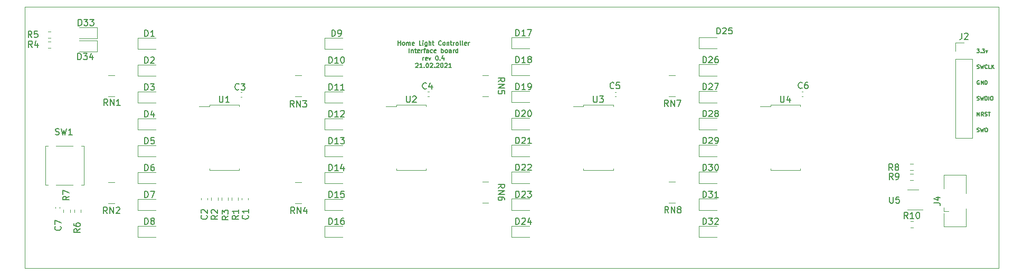
<source format=gbr>
%TF.GenerationSoftware,KiCad,Pcbnew,5.1.9-73d0e3b20d~88~ubuntu20.04.1*%
%TF.CreationDate,2021-03-03T11:26:58+04:00*%
%TF.ProjectId,interface_board,696e7465-7266-4616-9365-5f626f617264,rev?*%
%TF.SameCoordinates,Original*%
%TF.FileFunction,Legend,Top*%
%TF.FilePolarity,Positive*%
%FSLAX46Y46*%
G04 Gerber Fmt 4.6, Leading zero omitted, Abs format (unit mm)*
G04 Created by KiCad (PCBNEW 5.1.9-73d0e3b20d~88~ubuntu20.04.1) date 2021-03-03 11:26:58*
%MOMM*%
%LPD*%
G01*
G04 APERTURE LIST*
%ADD10C,0.150000*%
%TA.AperFunction,Profile*%
%ADD11C,0.050000*%
%TD*%
%TA.AperFunction,Profile*%
%ADD12C,0.100000*%
%TD*%
%ADD13C,0.120000*%
G04 APERTURE END LIST*
D10*
X126580000Y-52266666D02*
X126580000Y-51566666D01*
X126580000Y-51900000D02*
X126980000Y-51900000D01*
X126980000Y-52266666D02*
X126980000Y-51566666D01*
X127413333Y-52266666D02*
X127346666Y-52233333D01*
X127313333Y-52200000D01*
X127280000Y-52133333D01*
X127280000Y-51933333D01*
X127313333Y-51866666D01*
X127346666Y-51833333D01*
X127413333Y-51800000D01*
X127513333Y-51800000D01*
X127580000Y-51833333D01*
X127613333Y-51866666D01*
X127646666Y-51933333D01*
X127646666Y-52133333D01*
X127613333Y-52200000D01*
X127580000Y-52233333D01*
X127513333Y-52266666D01*
X127413333Y-52266666D01*
X127946666Y-52266666D02*
X127946666Y-51800000D01*
X127946666Y-51866666D02*
X127980000Y-51833333D01*
X128046666Y-51800000D01*
X128146666Y-51800000D01*
X128213333Y-51833333D01*
X128246666Y-51900000D01*
X128246666Y-52266666D01*
X128246666Y-51900000D02*
X128280000Y-51833333D01*
X128346666Y-51800000D01*
X128446666Y-51800000D01*
X128513333Y-51833333D01*
X128546666Y-51900000D01*
X128546666Y-52266666D01*
X129146666Y-52233333D02*
X129080000Y-52266666D01*
X128946666Y-52266666D01*
X128880000Y-52233333D01*
X128846666Y-52166666D01*
X128846666Y-51900000D01*
X128880000Y-51833333D01*
X128946666Y-51800000D01*
X129080000Y-51800000D01*
X129146666Y-51833333D01*
X129180000Y-51900000D01*
X129180000Y-51966666D01*
X128846666Y-52033333D01*
X130346666Y-52266666D02*
X130013333Y-52266666D01*
X130013333Y-51566666D01*
X130580000Y-52266666D02*
X130580000Y-51800000D01*
X130580000Y-51566666D02*
X130546666Y-51600000D01*
X130580000Y-51633333D01*
X130613333Y-51600000D01*
X130580000Y-51566666D01*
X130580000Y-51633333D01*
X131213333Y-51800000D02*
X131213333Y-52366666D01*
X131180000Y-52433333D01*
X131146666Y-52466666D01*
X131080000Y-52500000D01*
X130980000Y-52500000D01*
X130913333Y-52466666D01*
X131213333Y-52233333D02*
X131146666Y-52266666D01*
X131013333Y-52266666D01*
X130946666Y-52233333D01*
X130913333Y-52200000D01*
X130880000Y-52133333D01*
X130880000Y-51933333D01*
X130913333Y-51866666D01*
X130946666Y-51833333D01*
X131013333Y-51800000D01*
X131146666Y-51800000D01*
X131213333Y-51833333D01*
X131546666Y-52266666D02*
X131546666Y-51566666D01*
X131846666Y-52266666D02*
X131846666Y-51900000D01*
X131813333Y-51833333D01*
X131746666Y-51800000D01*
X131646666Y-51800000D01*
X131580000Y-51833333D01*
X131546666Y-51866666D01*
X132080000Y-51800000D02*
X132346666Y-51800000D01*
X132180000Y-51566666D02*
X132180000Y-52166666D01*
X132213333Y-52233333D01*
X132280000Y-52266666D01*
X132346666Y-52266666D01*
X133513333Y-52200000D02*
X133480000Y-52233333D01*
X133380000Y-52266666D01*
X133313333Y-52266666D01*
X133213333Y-52233333D01*
X133146666Y-52166666D01*
X133113333Y-52100000D01*
X133080000Y-51966666D01*
X133080000Y-51866666D01*
X133113333Y-51733333D01*
X133146666Y-51666666D01*
X133213333Y-51600000D01*
X133313333Y-51566666D01*
X133380000Y-51566666D01*
X133480000Y-51600000D01*
X133513333Y-51633333D01*
X133913333Y-52266666D02*
X133846666Y-52233333D01*
X133813333Y-52200000D01*
X133780000Y-52133333D01*
X133780000Y-51933333D01*
X133813333Y-51866666D01*
X133846666Y-51833333D01*
X133913333Y-51800000D01*
X134013333Y-51800000D01*
X134080000Y-51833333D01*
X134113333Y-51866666D01*
X134146666Y-51933333D01*
X134146666Y-52133333D01*
X134113333Y-52200000D01*
X134080000Y-52233333D01*
X134013333Y-52266666D01*
X133913333Y-52266666D01*
X134446666Y-51800000D02*
X134446666Y-52266666D01*
X134446666Y-51866666D02*
X134480000Y-51833333D01*
X134546666Y-51800000D01*
X134646666Y-51800000D01*
X134713333Y-51833333D01*
X134746666Y-51900000D01*
X134746666Y-52266666D01*
X134980000Y-51800000D02*
X135246666Y-51800000D01*
X135080000Y-51566666D02*
X135080000Y-52166666D01*
X135113333Y-52233333D01*
X135180000Y-52266666D01*
X135246666Y-52266666D01*
X135480000Y-52266666D02*
X135480000Y-51800000D01*
X135480000Y-51933333D02*
X135513333Y-51866666D01*
X135546666Y-51833333D01*
X135613333Y-51800000D01*
X135680000Y-51800000D01*
X136013333Y-52266666D02*
X135946666Y-52233333D01*
X135913333Y-52200000D01*
X135880000Y-52133333D01*
X135880000Y-51933333D01*
X135913333Y-51866666D01*
X135946666Y-51833333D01*
X136013333Y-51800000D01*
X136113333Y-51800000D01*
X136180000Y-51833333D01*
X136213333Y-51866666D01*
X136246666Y-51933333D01*
X136246666Y-52133333D01*
X136213333Y-52200000D01*
X136180000Y-52233333D01*
X136113333Y-52266666D01*
X136013333Y-52266666D01*
X136646666Y-52266666D02*
X136580000Y-52233333D01*
X136546666Y-52166666D01*
X136546666Y-51566666D01*
X137013333Y-52266666D02*
X136946666Y-52233333D01*
X136913333Y-52166666D01*
X136913333Y-51566666D01*
X137546666Y-52233333D02*
X137480000Y-52266666D01*
X137346666Y-52266666D01*
X137280000Y-52233333D01*
X137246666Y-52166666D01*
X137246666Y-51900000D01*
X137280000Y-51833333D01*
X137346666Y-51800000D01*
X137480000Y-51800000D01*
X137546666Y-51833333D01*
X137580000Y-51900000D01*
X137580000Y-51966666D01*
X137246666Y-52033333D01*
X137880000Y-52266666D02*
X137880000Y-51800000D01*
X137880000Y-51933333D02*
X137913333Y-51866666D01*
X137946666Y-51833333D01*
X138013333Y-51800000D01*
X138080000Y-51800000D01*
X128380000Y-53466666D02*
X128380000Y-52766666D01*
X128713333Y-53000000D02*
X128713333Y-53466666D01*
X128713333Y-53066666D02*
X128746666Y-53033333D01*
X128813333Y-53000000D01*
X128913333Y-53000000D01*
X128980000Y-53033333D01*
X129013333Y-53100000D01*
X129013333Y-53466666D01*
X129246666Y-53000000D02*
X129513333Y-53000000D01*
X129346666Y-52766666D02*
X129346666Y-53366666D01*
X129380000Y-53433333D01*
X129446666Y-53466666D01*
X129513333Y-53466666D01*
X130013333Y-53433333D02*
X129946666Y-53466666D01*
X129813333Y-53466666D01*
X129746666Y-53433333D01*
X129713333Y-53366666D01*
X129713333Y-53100000D01*
X129746666Y-53033333D01*
X129813333Y-53000000D01*
X129946666Y-53000000D01*
X130013333Y-53033333D01*
X130046666Y-53100000D01*
X130046666Y-53166666D01*
X129713333Y-53233333D01*
X130346666Y-53466666D02*
X130346666Y-53000000D01*
X130346666Y-53133333D02*
X130380000Y-53066666D01*
X130413333Y-53033333D01*
X130480000Y-53000000D01*
X130546666Y-53000000D01*
X130680000Y-53000000D02*
X130946666Y-53000000D01*
X130780000Y-53466666D02*
X130780000Y-52866666D01*
X130813333Y-52800000D01*
X130880000Y-52766666D01*
X130946666Y-52766666D01*
X131480000Y-53466666D02*
X131480000Y-53100000D01*
X131446666Y-53033333D01*
X131380000Y-53000000D01*
X131246666Y-53000000D01*
X131180000Y-53033333D01*
X131480000Y-53433333D02*
X131413333Y-53466666D01*
X131246666Y-53466666D01*
X131180000Y-53433333D01*
X131146666Y-53366666D01*
X131146666Y-53300000D01*
X131180000Y-53233333D01*
X131246666Y-53200000D01*
X131413333Y-53200000D01*
X131480000Y-53166666D01*
X132113333Y-53433333D02*
X132046666Y-53466666D01*
X131913333Y-53466666D01*
X131846666Y-53433333D01*
X131813333Y-53400000D01*
X131780000Y-53333333D01*
X131780000Y-53133333D01*
X131813333Y-53066666D01*
X131846666Y-53033333D01*
X131913333Y-53000000D01*
X132046666Y-53000000D01*
X132113333Y-53033333D01*
X132680000Y-53433333D02*
X132613333Y-53466666D01*
X132480000Y-53466666D01*
X132413333Y-53433333D01*
X132380000Y-53366666D01*
X132380000Y-53100000D01*
X132413333Y-53033333D01*
X132480000Y-53000000D01*
X132613333Y-53000000D01*
X132680000Y-53033333D01*
X132713333Y-53100000D01*
X132713333Y-53166666D01*
X132380000Y-53233333D01*
X133546666Y-53466666D02*
X133546666Y-52766666D01*
X133546666Y-53033333D02*
X133613333Y-53000000D01*
X133746666Y-53000000D01*
X133813333Y-53033333D01*
X133846666Y-53066666D01*
X133880000Y-53133333D01*
X133880000Y-53333333D01*
X133846666Y-53400000D01*
X133813333Y-53433333D01*
X133746666Y-53466666D01*
X133613333Y-53466666D01*
X133546666Y-53433333D01*
X134280000Y-53466666D02*
X134213333Y-53433333D01*
X134180000Y-53400000D01*
X134146666Y-53333333D01*
X134146666Y-53133333D01*
X134180000Y-53066666D01*
X134213333Y-53033333D01*
X134280000Y-53000000D01*
X134380000Y-53000000D01*
X134446666Y-53033333D01*
X134480000Y-53066666D01*
X134513333Y-53133333D01*
X134513333Y-53333333D01*
X134480000Y-53400000D01*
X134446666Y-53433333D01*
X134380000Y-53466666D01*
X134280000Y-53466666D01*
X135113333Y-53466666D02*
X135113333Y-53100000D01*
X135080000Y-53033333D01*
X135013333Y-53000000D01*
X134880000Y-53000000D01*
X134813333Y-53033333D01*
X135113333Y-53433333D02*
X135046666Y-53466666D01*
X134880000Y-53466666D01*
X134813333Y-53433333D01*
X134780000Y-53366666D01*
X134780000Y-53300000D01*
X134813333Y-53233333D01*
X134880000Y-53200000D01*
X135046666Y-53200000D01*
X135113333Y-53166666D01*
X135446666Y-53466666D02*
X135446666Y-53000000D01*
X135446666Y-53133333D02*
X135480000Y-53066666D01*
X135513333Y-53033333D01*
X135580000Y-53000000D01*
X135646666Y-53000000D01*
X136180000Y-53466666D02*
X136180000Y-52766666D01*
X136180000Y-53433333D02*
X136113333Y-53466666D01*
X135980000Y-53466666D01*
X135913333Y-53433333D01*
X135880000Y-53400000D01*
X135846666Y-53333333D01*
X135846666Y-53133333D01*
X135880000Y-53066666D01*
X135913333Y-53033333D01*
X135980000Y-53000000D01*
X136113333Y-53000000D01*
X136180000Y-53033333D01*
X130563333Y-54666666D02*
X130563333Y-54200000D01*
X130563333Y-54333333D02*
X130596666Y-54266666D01*
X130630000Y-54233333D01*
X130696666Y-54200000D01*
X130763333Y-54200000D01*
X131263333Y-54633333D02*
X131196666Y-54666666D01*
X131063333Y-54666666D01*
X130996666Y-54633333D01*
X130963333Y-54566666D01*
X130963333Y-54300000D01*
X130996666Y-54233333D01*
X131063333Y-54200000D01*
X131196666Y-54200000D01*
X131263333Y-54233333D01*
X131296666Y-54300000D01*
X131296666Y-54366666D01*
X130963333Y-54433333D01*
X131530000Y-54200000D02*
X131696666Y-54666666D01*
X131863333Y-54200000D01*
X132796666Y-53966666D02*
X132863333Y-53966666D01*
X132930000Y-54000000D01*
X132963333Y-54033333D01*
X132996666Y-54100000D01*
X133030000Y-54233333D01*
X133030000Y-54400000D01*
X132996666Y-54533333D01*
X132963333Y-54600000D01*
X132930000Y-54633333D01*
X132863333Y-54666666D01*
X132796666Y-54666666D01*
X132730000Y-54633333D01*
X132696666Y-54600000D01*
X132663333Y-54533333D01*
X132630000Y-54400000D01*
X132630000Y-54233333D01*
X132663333Y-54100000D01*
X132696666Y-54033333D01*
X132730000Y-54000000D01*
X132796666Y-53966666D01*
X133330000Y-54600000D02*
X133363333Y-54633333D01*
X133330000Y-54666666D01*
X133296666Y-54633333D01*
X133330000Y-54600000D01*
X133330000Y-54666666D01*
X133963333Y-54200000D02*
X133963333Y-54666666D01*
X133796666Y-53933333D02*
X133630000Y-54433333D01*
X134063333Y-54433333D01*
X129413333Y-55233333D02*
X129446666Y-55200000D01*
X129513333Y-55166666D01*
X129680000Y-55166666D01*
X129746666Y-55200000D01*
X129780000Y-55233333D01*
X129813333Y-55300000D01*
X129813333Y-55366666D01*
X129780000Y-55466666D01*
X129380000Y-55866666D01*
X129813333Y-55866666D01*
X130480000Y-55866666D02*
X130080000Y-55866666D01*
X130280000Y-55866666D02*
X130280000Y-55166666D01*
X130213333Y-55266666D01*
X130146666Y-55333333D01*
X130080000Y-55366666D01*
X130780000Y-55800000D02*
X130813333Y-55833333D01*
X130780000Y-55866666D01*
X130746666Y-55833333D01*
X130780000Y-55800000D01*
X130780000Y-55866666D01*
X131246666Y-55166666D02*
X131313333Y-55166666D01*
X131380000Y-55200000D01*
X131413333Y-55233333D01*
X131446666Y-55300000D01*
X131480000Y-55433333D01*
X131480000Y-55600000D01*
X131446666Y-55733333D01*
X131413333Y-55800000D01*
X131380000Y-55833333D01*
X131313333Y-55866666D01*
X131246666Y-55866666D01*
X131180000Y-55833333D01*
X131146666Y-55800000D01*
X131113333Y-55733333D01*
X131080000Y-55600000D01*
X131080000Y-55433333D01*
X131113333Y-55300000D01*
X131146666Y-55233333D01*
X131180000Y-55200000D01*
X131246666Y-55166666D01*
X131746666Y-55233333D02*
X131780000Y-55200000D01*
X131846666Y-55166666D01*
X132013333Y-55166666D01*
X132080000Y-55200000D01*
X132113333Y-55233333D01*
X132146666Y-55300000D01*
X132146666Y-55366666D01*
X132113333Y-55466666D01*
X131713333Y-55866666D01*
X132146666Y-55866666D01*
X132446666Y-55800000D02*
X132480000Y-55833333D01*
X132446666Y-55866666D01*
X132413333Y-55833333D01*
X132446666Y-55800000D01*
X132446666Y-55866666D01*
X132746666Y-55233333D02*
X132780000Y-55200000D01*
X132846666Y-55166666D01*
X133013333Y-55166666D01*
X133080000Y-55200000D01*
X133113333Y-55233333D01*
X133146666Y-55300000D01*
X133146666Y-55366666D01*
X133113333Y-55466666D01*
X132713333Y-55866666D01*
X133146666Y-55866666D01*
X133580000Y-55166666D02*
X133646666Y-55166666D01*
X133713333Y-55200000D01*
X133746666Y-55233333D01*
X133780000Y-55300000D01*
X133813333Y-55433333D01*
X133813333Y-55600000D01*
X133780000Y-55733333D01*
X133746666Y-55800000D01*
X133713333Y-55833333D01*
X133646666Y-55866666D01*
X133580000Y-55866666D01*
X133513333Y-55833333D01*
X133480000Y-55800000D01*
X133446666Y-55733333D01*
X133413333Y-55600000D01*
X133413333Y-55433333D01*
X133446666Y-55300000D01*
X133480000Y-55233333D01*
X133513333Y-55200000D01*
X133580000Y-55166666D01*
X134080000Y-55233333D02*
X134113333Y-55200000D01*
X134180000Y-55166666D01*
X134346666Y-55166666D01*
X134413333Y-55200000D01*
X134446666Y-55233333D01*
X134480000Y-55300000D01*
X134480000Y-55366666D01*
X134446666Y-55466666D01*
X134046666Y-55866666D01*
X134480000Y-55866666D01*
X135146666Y-55866666D02*
X134746666Y-55866666D01*
X134946666Y-55866666D02*
X134946666Y-55166666D01*
X134880000Y-55266666D01*
X134813333Y-55333333D01*
X134746666Y-55366666D01*
D11*
X222900000Y-88100000D02*
X66700000Y-88100000D01*
D12*
X222900000Y-46100000D02*
X222900000Y-88100000D01*
X66700000Y-88100000D02*
X66700000Y-46100000D01*
X66700000Y-46100000D02*
X222900000Y-46100000D01*
D13*
%TO.C,D32*%
X174815000Y-83110000D02*
X177700000Y-83110000D01*
X174815000Y-81290000D02*
X174815000Y-83110000D01*
X177700000Y-81290000D02*
X174815000Y-81290000D01*
%TO.C,D31*%
X174815000Y-78784652D02*
X177700000Y-78784652D01*
X174815000Y-76964652D02*
X174815000Y-78784652D01*
X177700000Y-76964652D02*
X174815000Y-76964652D01*
%TO.C,D30*%
X174815000Y-74459306D02*
X177700000Y-74459306D01*
X174815000Y-72639306D02*
X174815000Y-74459306D01*
X177700000Y-72639306D02*
X174815000Y-72639306D01*
%TO.C,D29*%
X174815000Y-70133960D02*
X177700000Y-70133960D01*
X174815000Y-68313960D02*
X174815000Y-70133960D01*
X177700000Y-68313960D02*
X174815000Y-68313960D01*
%TO.C,D28*%
X174815000Y-65808614D02*
X177700000Y-65808614D01*
X174815000Y-63988614D02*
X174815000Y-65808614D01*
X177700000Y-63988614D02*
X174815000Y-63988614D01*
%TO.C,D27*%
X174815000Y-61483268D02*
X177700000Y-61483268D01*
X174815000Y-59663268D02*
X174815000Y-61483268D01*
X177700000Y-59663268D02*
X174815000Y-59663268D01*
%TO.C,D26*%
X174815000Y-57157922D02*
X177700000Y-57157922D01*
X174815000Y-55337922D02*
X174815000Y-57157922D01*
X177700000Y-55337922D02*
X174815000Y-55337922D01*
%TO.C,D25*%
X174815000Y-52832576D02*
X177700000Y-52832576D01*
X174815000Y-51012576D02*
X174815000Y-52832576D01*
X177700000Y-51012576D02*
X174815000Y-51012576D01*
%TO.C,D24*%
X144815000Y-83110000D02*
X147700000Y-83110000D01*
X144815000Y-81290000D02*
X144815000Y-83110000D01*
X147700000Y-81290000D02*
X144815000Y-81290000D01*
%TO.C,D23*%
X144815000Y-78781426D02*
X147700000Y-78781426D01*
X144815000Y-76961426D02*
X144815000Y-78781426D01*
X147700000Y-76961426D02*
X144815000Y-76961426D01*
%TO.C,D22*%
X144815000Y-74452855D02*
X147700000Y-74452855D01*
X144815000Y-72632855D02*
X144815000Y-74452855D01*
X147700000Y-72632855D02*
X144815000Y-72632855D01*
%TO.C,D21*%
X144815000Y-70124284D02*
X147700000Y-70124284D01*
X144815000Y-68304284D02*
X144815000Y-70124284D01*
X147700000Y-68304284D02*
X144815000Y-68304284D01*
%TO.C,D20*%
X144815000Y-65795713D02*
X147700000Y-65795713D01*
X144815000Y-63975713D02*
X144815000Y-65795713D01*
X147700000Y-63975713D02*
X144815000Y-63975713D01*
%TO.C,D19*%
X144815000Y-61467142D02*
X147700000Y-61467142D01*
X144815000Y-59647142D02*
X144815000Y-61467142D01*
X147700000Y-59647142D02*
X144815000Y-59647142D01*
%TO.C,D18*%
X144815000Y-57138571D02*
X147700000Y-57138571D01*
X144815000Y-55318571D02*
X144815000Y-57138571D01*
X147700000Y-55318571D02*
X144815000Y-55318571D01*
%TO.C,D17*%
X144815000Y-52810000D02*
X147700000Y-52810000D01*
X144815000Y-50990000D02*
X144815000Y-52810000D01*
X147700000Y-50990000D02*
X144815000Y-50990000D01*
%TO.C,D16*%
X114815000Y-83110000D02*
X117700000Y-83110000D01*
X114815000Y-81290000D02*
X114815000Y-83110000D01*
X117700000Y-81290000D02*
X114815000Y-81290000D01*
%TO.C,D15*%
X114815000Y-78792024D02*
X117700000Y-78792024D01*
X114815000Y-76972024D02*
X114815000Y-78792024D01*
X117700000Y-76972024D02*
X114815000Y-76972024D01*
%TO.C,D14*%
X114815000Y-74474052D02*
X117700000Y-74474052D01*
X114815000Y-72654052D02*
X114815000Y-74474052D01*
X117700000Y-72654052D02*
X114815000Y-72654052D01*
%TO.C,D13*%
X114815000Y-70156080D02*
X117700000Y-70156080D01*
X114815000Y-68336080D02*
X114815000Y-70156080D01*
X117700000Y-68336080D02*
X114815000Y-68336080D01*
%TO.C,D12*%
X114815000Y-65838108D02*
X117700000Y-65838108D01*
X114815000Y-64018108D02*
X114815000Y-65838108D01*
X117700000Y-64018108D02*
X114815000Y-64018108D01*
%TO.C,D11*%
X114815000Y-61520136D02*
X117700000Y-61520136D01*
X114815000Y-59700136D02*
X114815000Y-61520136D01*
X117700000Y-59700136D02*
X114815000Y-59700136D01*
%TO.C,D10*%
X114815000Y-57202164D02*
X117700000Y-57202164D01*
X114815000Y-55382164D02*
X114815000Y-57202164D01*
X117700000Y-55382164D02*
X114815000Y-55382164D01*
%TO.C,D9*%
X114815000Y-52884192D02*
X117700000Y-52884192D01*
X114815000Y-51064192D02*
X114815000Y-52884192D01*
X117700000Y-51064192D02*
X114815000Y-51064192D01*
%TO.C,D8*%
X84815000Y-83110000D02*
X87700000Y-83110000D01*
X84815000Y-81290000D02*
X84815000Y-83110000D01*
X87700000Y-81290000D02*
X84815000Y-81290000D01*
%TO.C,D7*%
X84815000Y-78795710D02*
X87700000Y-78795710D01*
X84815000Y-76975710D02*
X84815000Y-78795710D01*
X87700000Y-76975710D02*
X84815000Y-76975710D01*
%TO.C,D6*%
X84815000Y-74481425D02*
X87700000Y-74481425D01*
X84815000Y-72661425D02*
X84815000Y-74481425D01*
X87700000Y-72661425D02*
X84815000Y-72661425D01*
%TO.C,D5*%
X84815000Y-70167140D02*
X87700000Y-70167140D01*
X84815000Y-68347140D02*
X84815000Y-70167140D01*
X87700000Y-68347140D02*
X84815000Y-68347140D01*
%TO.C,D4*%
X84815000Y-65852855D02*
X87700000Y-65852855D01*
X84815000Y-64032855D02*
X84815000Y-65852855D01*
X87700000Y-64032855D02*
X84815000Y-64032855D01*
%TO.C,D3*%
X84815000Y-61538570D02*
X87700000Y-61538570D01*
X84815000Y-59718570D02*
X84815000Y-61538570D01*
X87700000Y-59718570D02*
X84815000Y-59718570D01*
%TO.C,D2*%
X84815000Y-57224285D02*
X87700000Y-57224285D01*
X84815000Y-55404285D02*
X84815000Y-57224285D01*
X87700000Y-55404285D02*
X84815000Y-55404285D01*
%TO.C,D1*%
X84815000Y-52910000D02*
X87700000Y-52910000D01*
X84815000Y-51090000D02*
X84815000Y-52910000D01*
X87700000Y-51090000D02*
X84815000Y-51090000D01*
%TO.C,D34*%
X78345000Y-51510000D02*
X75460000Y-51510000D01*
X78345000Y-53330000D02*
X78345000Y-51510000D01*
X75460000Y-53330000D02*
X78345000Y-53330000D01*
%TO.C,D33*%
X78345000Y-49400000D02*
X75460000Y-49400000D01*
X78345000Y-51220000D02*
X78345000Y-49400000D01*
X75460000Y-51220000D02*
X78345000Y-51220000D01*
%TO.C,R5*%
X70422742Y-51122500D02*
X70897258Y-51122500D01*
X70422742Y-50077500D02*
X70897258Y-50077500D01*
%TO.C,U4*%
X186315000Y-62120000D02*
X184650000Y-62120000D01*
X186315000Y-61840000D02*
X186315000Y-62120000D01*
X188700000Y-61840000D02*
X186315000Y-61840000D01*
X191085000Y-61840000D02*
X191085000Y-62120000D01*
X188700000Y-61840000D02*
X191085000Y-61840000D01*
X186315000Y-72360000D02*
X186315000Y-72080000D01*
X188700000Y-72360000D02*
X186315000Y-72360000D01*
X191085000Y-72360000D02*
X191085000Y-72080000D01*
X188700000Y-72360000D02*
X191085000Y-72360000D01*
%TO.C,U3*%
X156315000Y-62120000D02*
X154650000Y-62120000D01*
X156315000Y-61840000D02*
X156315000Y-62120000D01*
X158700000Y-61840000D02*
X156315000Y-61840000D01*
X161085000Y-61840000D02*
X161085000Y-62120000D01*
X158700000Y-61840000D02*
X161085000Y-61840000D01*
X156315000Y-72360000D02*
X156315000Y-72080000D01*
X158700000Y-72360000D02*
X156315000Y-72360000D01*
X161085000Y-72360000D02*
X161085000Y-72080000D01*
X158700000Y-72360000D02*
X161085000Y-72360000D01*
%TO.C,U2*%
X126315000Y-62120000D02*
X124650000Y-62120000D01*
X126315000Y-61840000D02*
X126315000Y-62120000D01*
X128700000Y-61840000D02*
X126315000Y-61840000D01*
X131085000Y-61840000D02*
X131085000Y-62120000D01*
X128700000Y-61840000D02*
X131085000Y-61840000D01*
X126315000Y-72360000D02*
X126315000Y-72080000D01*
X128700000Y-72360000D02*
X126315000Y-72360000D01*
X131085000Y-72360000D02*
X131085000Y-72080000D01*
X128700000Y-72360000D02*
X131085000Y-72360000D01*
%TO.C,U1*%
X96315000Y-62120000D02*
X94650000Y-62120000D01*
X96315000Y-61840000D02*
X96315000Y-62120000D01*
X98700000Y-61840000D02*
X96315000Y-61840000D01*
X101085000Y-61840000D02*
X101085000Y-62120000D01*
X98700000Y-61840000D02*
X101085000Y-61840000D01*
X96315000Y-72360000D02*
X96315000Y-72080000D01*
X98700000Y-72360000D02*
X96315000Y-72360000D01*
X101085000Y-72360000D02*
X101085000Y-72080000D01*
X98700000Y-72360000D02*
X101085000Y-72360000D01*
%TO.C,R10*%
X208750242Y-81622500D02*
X209224758Y-81622500D01*
X208750242Y-80577500D02*
X209224758Y-80577500D01*
%TO.C,R9*%
X208737742Y-73972500D02*
X209212258Y-73972500D01*
X208737742Y-72927500D02*
X209212258Y-72927500D01*
%TO.C,R8*%
X209212258Y-71302500D02*
X208737742Y-71302500D01*
X209212258Y-72347500D02*
X208737742Y-72347500D01*
%TO.C,R7*%
X72942500Y-78692742D02*
X72942500Y-79167258D01*
X73987500Y-78692742D02*
X73987500Y-79167258D01*
%TO.C,R6*%
X75732500Y-79167258D02*
X75732500Y-78692742D01*
X74687500Y-79167258D02*
X74687500Y-78692742D01*
%TO.C,R4*%
X70422742Y-52752500D02*
X70897258Y-52752500D01*
X70422742Y-51707500D02*
X70897258Y-51707500D01*
%TO.C,R3*%
X99307500Y-77207258D02*
X99307500Y-76732742D01*
X98262500Y-77207258D02*
X98262500Y-76732742D01*
%TO.C,R2*%
X97675000Y-77207258D02*
X97675000Y-76732742D01*
X96630000Y-77207258D02*
X96630000Y-76732742D01*
%TO.C,R1*%
X99895000Y-76732742D02*
X99895000Y-77207258D01*
X100940000Y-76732742D02*
X100940000Y-77207258D01*
%TO.C,C7*%
X71630000Y-78252164D02*
X71630000Y-78467836D01*
X72350000Y-78252164D02*
X72350000Y-78467836D01*
%TO.C,C6*%
X191557836Y-59780000D02*
X191342164Y-59780000D01*
X191557836Y-60500000D02*
X191342164Y-60500000D01*
%TO.C,C5*%
X161577836Y-59810000D02*
X161362164Y-59810000D01*
X161577836Y-60530000D02*
X161362164Y-60530000D01*
%TO.C,C4*%
X131557836Y-59780000D02*
X131342164Y-59780000D01*
X131557836Y-60500000D02*
X131342164Y-60500000D01*
%TO.C,C3*%
X101557836Y-59840000D02*
X101342164Y-59840000D01*
X101557836Y-60560000D02*
X101342164Y-60560000D01*
%TO.C,C2*%
X96030000Y-77110580D02*
X96030000Y-76829420D01*
X95010000Y-77110580D02*
X95010000Y-76829420D01*
%TO.C,C1*%
X101540000Y-76829420D02*
X101540000Y-77110580D01*
X102560000Y-76829420D02*
X102560000Y-77110580D01*
%TO.C,J4*%
X214125000Y-75300000D02*
X214125000Y-73150000D01*
X217675000Y-73150000D02*
X217675000Y-76050000D01*
X214125000Y-81450000D02*
X217675000Y-81450000D01*
X217675000Y-81450000D02*
X217675000Y-78550000D01*
X214125000Y-73150000D02*
X217675000Y-73150000D01*
X214125000Y-79300000D02*
X214125000Y-81450000D01*
X214125000Y-79000000D02*
X214125000Y-78400000D01*
X214875000Y-79000000D02*
X214125000Y-79000000D01*
%TO.C,J2*%
X216020000Y-51870000D02*
X217350000Y-51870000D01*
X216020000Y-53200000D02*
X216020000Y-51870000D01*
X216020000Y-54470000D02*
X218680000Y-54470000D01*
X218680000Y-54470000D02*
X218680000Y-67230000D01*
X216020000Y-54470000D02*
X216020000Y-67230000D01*
X216020000Y-67230000D02*
X218680000Y-67230000D01*
%TO.C,RN1*%
X81100000Y-60480000D02*
X80100000Y-60480000D01*
X81100000Y-57120000D02*
X80100000Y-57120000D01*
%TO.C,RN2*%
X81100000Y-74320000D02*
X80100000Y-74320000D01*
X81100000Y-77680000D02*
X80100000Y-77680000D01*
%TO.C,RN3*%
X111100000Y-57120000D02*
X110100000Y-57120000D01*
X111100000Y-60480000D02*
X110100000Y-60480000D01*
%TO.C,RN4*%
X111100000Y-77680000D02*
X110100000Y-77680000D01*
X111100000Y-74320000D02*
X110100000Y-74320000D01*
%TO.C,RN5*%
X141100000Y-57120000D02*
X140100000Y-57120000D01*
X141100000Y-60480000D02*
X140100000Y-60480000D01*
%TO.C,RN6*%
X141100000Y-77580000D02*
X140100000Y-77580000D01*
X141100000Y-74220000D02*
X140100000Y-74220000D01*
%TO.C,RN7*%
X171000000Y-57120000D02*
X170000000Y-57120000D01*
X171000000Y-60480000D02*
X170000000Y-60480000D01*
%TO.C,RN8*%
X171000000Y-77580000D02*
X170000000Y-77580000D01*
X171000000Y-74220000D02*
X170000000Y-74220000D01*
%TO.C,SW1*%
X75750000Y-74750000D02*
X76200000Y-74750000D01*
X76200000Y-74750000D02*
X76200000Y-68450000D01*
X76200000Y-68450000D02*
X75800000Y-68450000D01*
X74450000Y-74750000D02*
X71750000Y-74750000D01*
X71750000Y-68450000D02*
X74450000Y-68450000D01*
X70000000Y-74750000D02*
X70000000Y-68450000D01*
X70000000Y-68450000D02*
X70450000Y-68450000D01*
X70450000Y-74750000D02*
X70000000Y-74750000D01*
%TO.C,U5*%
X210100000Y-75490000D02*
X208300000Y-75490000D01*
X208300000Y-78710000D02*
X210750000Y-78710000D01*
%TD*%
%TO.C,D32*%
D10*
X175485714Y-81052380D02*
X175485714Y-80052380D01*
X175723809Y-80052380D01*
X175866666Y-80100000D01*
X175961904Y-80195238D01*
X176009523Y-80290476D01*
X176057142Y-80480952D01*
X176057142Y-80623809D01*
X176009523Y-80814285D01*
X175961904Y-80909523D01*
X175866666Y-81004761D01*
X175723809Y-81052380D01*
X175485714Y-81052380D01*
X176390476Y-80052380D02*
X177009523Y-80052380D01*
X176676190Y-80433333D01*
X176819047Y-80433333D01*
X176914285Y-80480952D01*
X176961904Y-80528571D01*
X177009523Y-80623809D01*
X177009523Y-80861904D01*
X176961904Y-80957142D01*
X176914285Y-81004761D01*
X176819047Y-81052380D01*
X176533333Y-81052380D01*
X176438095Y-81004761D01*
X176390476Y-80957142D01*
X177390476Y-80147619D02*
X177438095Y-80100000D01*
X177533333Y-80052380D01*
X177771428Y-80052380D01*
X177866666Y-80100000D01*
X177914285Y-80147619D01*
X177961904Y-80242857D01*
X177961904Y-80338095D01*
X177914285Y-80480952D01*
X177342857Y-81052380D01*
X177961904Y-81052380D01*
%TO.C,D31*%
X175485714Y-76727032D02*
X175485714Y-75727032D01*
X175723809Y-75727032D01*
X175866666Y-75774652D01*
X175961904Y-75869890D01*
X176009523Y-75965128D01*
X176057142Y-76155604D01*
X176057142Y-76298461D01*
X176009523Y-76488937D01*
X175961904Y-76584175D01*
X175866666Y-76679413D01*
X175723809Y-76727032D01*
X175485714Y-76727032D01*
X176390476Y-75727032D02*
X177009523Y-75727032D01*
X176676190Y-76107985D01*
X176819047Y-76107985D01*
X176914285Y-76155604D01*
X176961904Y-76203223D01*
X177009523Y-76298461D01*
X177009523Y-76536556D01*
X176961904Y-76631794D01*
X176914285Y-76679413D01*
X176819047Y-76727032D01*
X176533333Y-76727032D01*
X176438095Y-76679413D01*
X176390476Y-76631794D01*
X177961904Y-76727032D02*
X177390476Y-76727032D01*
X177676190Y-76727032D02*
X177676190Y-75727032D01*
X177580952Y-75869890D01*
X177485714Y-75965128D01*
X177390476Y-76012747D01*
%TO.C,D30*%
X175485714Y-72401686D02*
X175485714Y-71401686D01*
X175723809Y-71401686D01*
X175866666Y-71449306D01*
X175961904Y-71544544D01*
X176009523Y-71639782D01*
X176057142Y-71830258D01*
X176057142Y-71973115D01*
X176009523Y-72163591D01*
X175961904Y-72258829D01*
X175866666Y-72354067D01*
X175723809Y-72401686D01*
X175485714Y-72401686D01*
X176390476Y-71401686D02*
X177009523Y-71401686D01*
X176676190Y-71782639D01*
X176819047Y-71782639D01*
X176914285Y-71830258D01*
X176961904Y-71877877D01*
X177009523Y-71973115D01*
X177009523Y-72211210D01*
X176961904Y-72306448D01*
X176914285Y-72354067D01*
X176819047Y-72401686D01*
X176533333Y-72401686D01*
X176438095Y-72354067D01*
X176390476Y-72306448D01*
X177628571Y-71401686D02*
X177723809Y-71401686D01*
X177819047Y-71449306D01*
X177866666Y-71496925D01*
X177914285Y-71592163D01*
X177961904Y-71782639D01*
X177961904Y-72020734D01*
X177914285Y-72211210D01*
X177866666Y-72306448D01*
X177819047Y-72354067D01*
X177723809Y-72401686D01*
X177628571Y-72401686D01*
X177533333Y-72354067D01*
X177485714Y-72306448D01*
X177438095Y-72211210D01*
X177390476Y-72020734D01*
X177390476Y-71782639D01*
X177438095Y-71592163D01*
X177485714Y-71496925D01*
X177533333Y-71449306D01*
X177628571Y-71401686D01*
%TO.C,D29*%
X175485714Y-68076340D02*
X175485714Y-67076340D01*
X175723809Y-67076340D01*
X175866666Y-67123960D01*
X175961904Y-67219198D01*
X176009523Y-67314436D01*
X176057142Y-67504912D01*
X176057142Y-67647769D01*
X176009523Y-67838245D01*
X175961904Y-67933483D01*
X175866666Y-68028721D01*
X175723809Y-68076340D01*
X175485714Y-68076340D01*
X176438095Y-67171579D02*
X176485714Y-67123960D01*
X176580952Y-67076340D01*
X176819047Y-67076340D01*
X176914285Y-67123960D01*
X176961904Y-67171579D01*
X177009523Y-67266817D01*
X177009523Y-67362055D01*
X176961904Y-67504912D01*
X176390476Y-68076340D01*
X177009523Y-68076340D01*
X177485714Y-68076340D02*
X177676190Y-68076340D01*
X177771428Y-68028721D01*
X177819047Y-67981102D01*
X177914285Y-67838245D01*
X177961904Y-67647769D01*
X177961904Y-67266817D01*
X177914285Y-67171579D01*
X177866666Y-67123960D01*
X177771428Y-67076340D01*
X177580952Y-67076340D01*
X177485714Y-67123960D01*
X177438095Y-67171579D01*
X177390476Y-67266817D01*
X177390476Y-67504912D01*
X177438095Y-67600150D01*
X177485714Y-67647769D01*
X177580952Y-67695388D01*
X177771428Y-67695388D01*
X177866666Y-67647769D01*
X177914285Y-67600150D01*
X177961904Y-67504912D01*
%TO.C,D28*%
X175485714Y-63750994D02*
X175485714Y-62750994D01*
X175723809Y-62750994D01*
X175866666Y-62798614D01*
X175961904Y-62893852D01*
X176009523Y-62989090D01*
X176057142Y-63179566D01*
X176057142Y-63322423D01*
X176009523Y-63512899D01*
X175961904Y-63608137D01*
X175866666Y-63703375D01*
X175723809Y-63750994D01*
X175485714Y-63750994D01*
X176438095Y-62846233D02*
X176485714Y-62798614D01*
X176580952Y-62750994D01*
X176819047Y-62750994D01*
X176914285Y-62798614D01*
X176961904Y-62846233D01*
X177009523Y-62941471D01*
X177009523Y-63036709D01*
X176961904Y-63179566D01*
X176390476Y-63750994D01*
X177009523Y-63750994D01*
X177580952Y-63179566D02*
X177485714Y-63131947D01*
X177438095Y-63084328D01*
X177390476Y-62989090D01*
X177390476Y-62941471D01*
X177438095Y-62846233D01*
X177485714Y-62798614D01*
X177580952Y-62750994D01*
X177771428Y-62750994D01*
X177866666Y-62798614D01*
X177914285Y-62846233D01*
X177961904Y-62941471D01*
X177961904Y-62989090D01*
X177914285Y-63084328D01*
X177866666Y-63131947D01*
X177771428Y-63179566D01*
X177580952Y-63179566D01*
X177485714Y-63227185D01*
X177438095Y-63274804D01*
X177390476Y-63370042D01*
X177390476Y-63560518D01*
X177438095Y-63655756D01*
X177485714Y-63703375D01*
X177580952Y-63750994D01*
X177771428Y-63750994D01*
X177866666Y-63703375D01*
X177914285Y-63655756D01*
X177961904Y-63560518D01*
X177961904Y-63370042D01*
X177914285Y-63274804D01*
X177866666Y-63227185D01*
X177771428Y-63179566D01*
%TO.C,D27*%
X175485714Y-59425648D02*
X175485714Y-58425648D01*
X175723809Y-58425648D01*
X175866666Y-58473268D01*
X175961904Y-58568506D01*
X176009523Y-58663744D01*
X176057142Y-58854220D01*
X176057142Y-58997077D01*
X176009523Y-59187553D01*
X175961904Y-59282791D01*
X175866666Y-59378029D01*
X175723809Y-59425648D01*
X175485714Y-59425648D01*
X176438095Y-58520887D02*
X176485714Y-58473268D01*
X176580952Y-58425648D01*
X176819047Y-58425648D01*
X176914285Y-58473268D01*
X176961904Y-58520887D01*
X177009523Y-58616125D01*
X177009523Y-58711363D01*
X176961904Y-58854220D01*
X176390476Y-59425648D01*
X177009523Y-59425648D01*
X177342857Y-58425648D02*
X178009523Y-58425648D01*
X177580952Y-59425648D01*
%TO.C,D26*%
X175485714Y-55100302D02*
X175485714Y-54100302D01*
X175723809Y-54100302D01*
X175866666Y-54147922D01*
X175961904Y-54243160D01*
X176009523Y-54338398D01*
X176057142Y-54528874D01*
X176057142Y-54671731D01*
X176009523Y-54862207D01*
X175961904Y-54957445D01*
X175866666Y-55052683D01*
X175723809Y-55100302D01*
X175485714Y-55100302D01*
X176438095Y-54195541D02*
X176485714Y-54147922D01*
X176580952Y-54100302D01*
X176819047Y-54100302D01*
X176914285Y-54147922D01*
X176961904Y-54195541D01*
X177009523Y-54290779D01*
X177009523Y-54386017D01*
X176961904Y-54528874D01*
X176390476Y-55100302D01*
X177009523Y-55100302D01*
X177866666Y-54100302D02*
X177676190Y-54100302D01*
X177580952Y-54147922D01*
X177533333Y-54195541D01*
X177438095Y-54338398D01*
X177390476Y-54528874D01*
X177390476Y-54909826D01*
X177438095Y-55005064D01*
X177485714Y-55052683D01*
X177580952Y-55100302D01*
X177771428Y-55100302D01*
X177866666Y-55052683D01*
X177914285Y-55005064D01*
X177961904Y-54909826D01*
X177961904Y-54671731D01*
X177914285Y-54576493D01*
X177866666Y-54528874D01*
X177771428Y-54481255D01*
X177580952Y-54481255D01*
X177485714Y-54528874D01*
X177438095Y-54576493D01*
X177390476Y-54671731D01*
%TO.C,D25*%
X177710714Y-50452380D02*
X177710714Y-49452380D01*
X177948809Y-49452380D01*
X178091666Y-49500000D01*
X178186904Y-49595238D01*
X178234523Y-49690476D01*
X178282142Y-49880952D01*
X178282142Y-50023809D01*
X178234523Y-50214285D01*
X178186904Y-50309523D01*
X178091666Y-50404761D01*
X177948809Y-50452380D01*
X177710714Y-50452380D01*
X178663095Y-49547619D02*
X178710714Y-49500000D01*
X178805952Y-49452380D01*
X179044047Y-49452380D01*
X179139285Y-49500000D01*
X179186904Y-49547619D01*
X179234523Y-49642857D01*
X179234523Y-49738095D01*
X179186904Y-49880952D01*
X178615476Y-50452380D01*
X179234523Y-50452380D01*
X180139285Y-49452380D02*
X179663095Y-49452380D01*
X179615476Y-49928571D01*
X179663095Y-49880952D01*
X179758333Y-49833333D01*
X179996428Y-49833333D01*
X180091666Y-49880952D01*
X180139285Y-49928571D01*
X180186904Y-50023809D01*
X180186904Y-50261904D01*
X180139285Y-50357142D01*
X180091666Y-50404761D01*
X179996428Y-50452380D01*
X179758333Y-50452380D01*
X179663095Y-50404761D01*
X179615476Y-50357142D01*
%TO.C,D24*%
X145485714Y-81052380D02*
X145485714Y-80052380D01*
X145723809Y-80052380D01*
X145866666Y-80100000D01*
X145961904Y-80195238D01*
X146009523Y-80290476D01*
X146057142Y-80480952D01*
X146057142Y-80623809D01*
X146009523Y-80814285D01*
X145961904Y-80909523D01*
X145866666Y-81004761D01*
X145723809Y-81052380D01*
X145485714Y-81052380D01*
X146438095Y-80147619D02*
X146485714Y-80100000D01*
X146580952Y-80052380D01*
X146819047Y-80052380D01*
X146914285Y-80100000D01*
X146961904Y-80147619D01*
X147009523Y-80242857D01*
X147009523Y-80338095D01*
X146961904Y-80480952D01*
X146390476Y-81052380D01*
X147009523Y-81052380D01*
X147866666Y-80385714D02*
X147866666Y-81052380D01*
X147628571Y-80004761D02*
X147390476Y-80719047D01*
X148009523Y-80719047D01*
%TO.C,D23*%
X145485714Y-76723806D02*
X145485714Y-75723806D01*
X145723809Y-75723806D01*
X145866666Y-75771426D01*
X145961904Y-75866664D01*
X146009523Y-75961902D01*
X146057142Y-76152378D01*
X146057142Y-76295235D01*
X146009523Y-76485711D01*
X145961904Y-76580949D01*
X145866666Y-76676187D01*
X145723809Y-76723806D01*
X145485714Y-76723806D01*
X146438095Y-75819045D02*
X146485714Y-75771426D01*
X146580952Y-75723806D01*
X146819047Y-75723806D01*
X146914285Y-75771426D01*
X146961904Y-75819045D01*
X147009523Y-75914283D01*
X147009523Y-76009521D01*
X146961904Y-76152378D01*
X146390476Y-76723806D01*
X147009523Y-76723806D01*
X147342857Y-75723806D02*
X147961904Y-75723806D01*
X147628571Y-76104759D01*
X147771428Y-76104759D01*
X147866666Y-76152378D01*
X147914285Y-76199997D01*
X147961904Y-76295235D01*
X147961904Y-76533330D01*
X147914285Y-76628568D01*
X147866666Y-76676187D01*
X147771428Y-76723806D01*
X147485714Y-76723806D01*
X147390476Y-76676187D01*
X147342857Y-76628568D01*
%TO.C,D22*%
X145485714Y-72395235D02*
X145485714Y-71395235D01*
X145723809Y-71395235D01*
X145866666Y-71442855D01*
X145961904Y-71538093D01*
X146009523Y-71633331D01*
X146057142Y-71823807D01*
X146057142Y-71966664D01*
X146009523Y-72157140D01*
X145961904Y-72252378D01*
X145866666Y-72347616D01*
X145723809Y-72395235D01*
X145485714Y-72395235D01*
X146438095Y-71490474D02*
X146485714Y-71442855D01*
X146580952Y-71395235D01*
X146819047Y-71395235D01*
X146914285Y-71442855D01*
X146961904Y-71490474D01*
X147009523Y-71585712D01*
X147009523Y-71680950D01*
X146961904Y-71823807D01*
X146390476Y-72395235D01*
X147009523Y-72395235D01*
X147390476Y-71490474D02*
X147438095Y-71442855D01*
X147533333Y-71395235D01*
X147771428Y-71395235D01*
X147866666Y-71442855D01*
X147914285Y-71490474D01*
X147961904Y-71585712D01*
X147961904Y-71680950D01*
X147914285Y-71823807D01*
X147342857Y-72395235D01*
X147961904Y-72395235D01*
%TO.C,D21*%
X145485714Y-68066664D02*
X145485714Y-67066664D01*
X145723809Y-67066664D01*
X145866666Y-67114284D01*
X145961904Y-67209522D01*
X146009523Y-67304760D01*
X146057142Y-67495236D01*
X146057142Y-67638093D01*
X146009523Y-67828569D01*
X145961904Y-67923807D01*
X145866666Y-68019045D01*
X145723809Y-68066664D01*
X145485714Y-68066664D01*
X146438095Y-67161903D02*
X146485714Y-67114284D01*
X146580952Y-67066664D01*
X146819047Y-67066664D01*
X146914285Y-67114284D01*
X146961904Y-67161903D01*
X147009523Y-67257141D01*
X147009523Y-67352379D01*
X146961904Y-67495236D01*
X146390476Y-68066664D01*
X147009523Y-68066664D01*
X147961904Y-68066664D02*
X147390476Y-68066664D01*
X147676190Y-68066664D02*
X147676190Y-67066664D01*
X147580952Y-67209522D01*
X147485714Y-67304760D01*
X147390476Y-67352379D01*
%TO.C,D20*%
X145485714Y-63738093D02*
X145485714Y-62738093D01*
X145723809Y-62738093D01*
X145866666Y-62785713D01*
X145961904Y-62880951D01*
X146009523Y-62976189D01*
X146057142Y-63166665D01*
X146057142Y-63309522D01*
X146009523Y-63499998D01*
X145961904Y-63595236D01*
X145866666Y-63690474D01*
X145723809Y-63738093D01*
X145485714Y-63738093D01*
X146438095Y-62833332D02*
X146485714Y-62785713D01*
X146580952Y-62738093D01*
X146819047Y-62738093D01*
X146914285Y-62785713D01*
X146961904Y-62833332D01*
X147009523Y-62928570D01*
X147009523Y-63023808D01*
X146961904Y-63166665D01*
X146390476Y-63738093D01*
X147009523Y-63738093D01*
X147628571Y-62738093D02*
X147723809Y-62738093D01*
X147819047Y-62785713D01*
X147866666Y-62833332D01*
X147914285Y-62928570D01*
X147961904Y-63119046D01*
X147961904Y-63357141D01*
X147914285Y-63547617D01*
X147866666Y-63642855D01*
X147819047Y-63690474D01*
X147723809Y-63738093D01*
X147628571Y-63738093D01*
X147533333Y-63690474D01*
X147485714Y-63642855D01*
X147438095Y-63547617D01*
X147390476Y-63357141D01*
X147390476Y-63119046D01*
X147438095Y-62928570D01*
X147485714Y-62833332D01*
X147533333Y-62785713D01*
X147628571Y-62738093D01*
%TO.C,D19*%
X145485714Y-59409522D02*
X145485714Y-58409522D01*
X145723809Y-58409522D01*
X145866666Y-58457142D01*
X145961904Y-58552380D01*
X146009523Y-58647618D01*
X146057142Y-58838094D01*
X146057142Y-58980951D01*
X146009523Y-59171427D01*
X145961904Y-59266665D01*
X145866666Y-59361903D01*
X145723809Y-59409522D01*
X145485714Y-59409522D01*
X147009523Y-59409522D02*
X146438095Y-59409522D01*
X146723809Y-59409522D02*
X146723809Y-58409522D01*
X146628571Y-58552380D01*
X146533333Y-58647618D01*
X146438095Y-58695237D01*
X147485714Y-59409522D02*
X147676190Y-59409522D01*
X147771428Y-59361903D01*
X147819047Y-59314284D01*
X147914285Y-59171427D01*
X147961904Y-58980951D01*
X147961904Y-58599999D01*
X147914285Y-58504761D01*
X147866666Y-58457142D01*
X147771428Y-58409522D01*
X147580952Y-58409522D01*
X147485714Y-58457142D01*
X147438095Y-58504761D01*
X147390476Y-58599999D01*
X147390476Y-58838094D01*
X147438095Y-58933332D01*
X147485714Y-58980951D01*
X147580952Y-59028570D01*
X147771428Y-59028570D01*
X147866666Y-58980951D01*
X147914285Y-58933332D01*
X147961904Y-58838094D01*
%TO.C,D18*%
X145485714Y-55080951D02*
X145485714Y-54080951D01*
X145723809Y-54080951D01*
X145866666Y-54128571D01*
X145961904Y-54223809D01*
X146009523Y-54319047D01*
X146057142Y-54509523D01*
X146057142Y-54652380D01*
X146009523Y-54842856D01*
X145961904Y-54938094D01*
X145866666Y-55033332D01*
X145723809Y-55080951D01*
X145485714Y-55080951D01*
X147009523Y-55080951D02*
X146438095Y-55080951D01*
X146723809Y-55080951D02*
X146723809Y-54080951D01*
X146628571Y-54223809D01*
X146533333Y-54319047D01*
X146438095Y-54366666D01*
X147580952Y-54509523D02*
X147485714Y-54461904D01*
X147438095Y-54414285D01*
X147390476Y-54319047D01*
X147390476Y-54271428D01*
X147438095Y-54176190D01*
X147485714Y-54128571D01*
X147580952Y-54080951D01*
X147771428Y-54080951D01*
X147866666Y-54128571D01*
X147914285Y-54176190D01*
X147961904Y-54271428D01*
X147961904Y-54319047D01*
X147914285Y-54414285D01*
X147866666Y-54461904D01*
X147771428Y-54509523D01*
X147580952Y-54509523D01*
X147485714Y-54557142D01*
X147438095Y-54604761D01*
X147390476Y-54699999D01*
X147390476Y-54890475D01*
X147438095Y-54985713D01*
X147485714Y-55033332D01*
X147580952Y-55080951D01*
X147771428Y-55080951D01*
X147866666Y-55033332D01*
X147914285Y-54985713D01*
X147961904Y-54890475D01*
X147961904Y-54699999D01*
X147914285Y-54604761D01*
X147866666Y-54557142D01*
X147771428Y-54509523D01*
%TO.C,D17*%
X145485714Y-50752380D02*
X145485714Y-49752380D01*
X145723809Y-49752380D01*
X145866666Y-49800000D01*
X145961904Y-49895238D01*
X146009523Y-49990476D01*
X146057142Y-50180952D01*
X146057142Y-50323809D01*
X146009523Y-50514285D01*
X145961904Y-50609523D01*
X145866666Y-50704761D01*
X145723809Y-50752380D01*
X145485714Y-50752380D01*
X147009523Y-50752380D02*
X146438095Y-50752380D01*
X146723809Y-50752380D02*
X146723809Y-49752380D01*
X146628571Y-49895238D01*
X146533333Y-49990476D01*
X146438095Y-50038095D01*
X147342857Y-49752380D02*
X148009523Y-49752380D01*
X147580952Y-50752380D01*
%TO.C,D16*%
X115485714Y-81052380D02*
X115485714Y-80052380D01*
X115723809Y-80052380D01*
X115866666Y-80100000D01*
X115961904Y-80195238D01*
X116009523Y-80290476D01*
X116057142Y-80480952D01*
X116057142Y-80623809D01*
X116009523Y-80814285D01*
X115961904Y-80909523D01*
X115866666Y-81004761D01*
X115723809Y-81052380D01*
X115485714Y-81052380D01*
X117009523Y-81052380D02*
X116438095Y-81052380D01*
X116723809Y-81052380D02*
X116723809Y-80052380D01*
X116628571Y-80195238D01*
X116533333Y-80290476D01*
X116438095Y-80338095D01*
X117866666Y-80052380D02*
X117676190Y-80052380D01*
X117580952Y-80100000D01*
X117533333Y-80147619D01*
X117438095Y-80290476D01*
X117390476Y-80480952D01*
X117390476Y-80861904D01*
X117438095Y-80957142D01*
X117485714Y-81004761D01*
X117580952Y-81052380D01*
X117771428Y-81052380D01*
X117866666Y-81004761D01*
X117914285Y-80957142D01*
X117961904Y-80861904D01*
X117961904Y-80623809D01*
X117914285Y-80528571D01*
X117866666Y-80480952D01*
X117771428Y-80433333D01*
X117580952Y-80433333D01*
X117485714Y-80480952D01*
X117438095Y-80528571D01*
X117390476Y-80623809D01*
%TO.C,D15*%
X115485714Y-76734404D02*
X115485714Y-75734404D01*
X115723809Y-75734404D01*
X115866666Y-75782024D01*
X115961904Y-75877262D01*
X116009523Y-75972500D01*
X116057142Y-76162976D01*
X116057142Y-76305833D01*
X116009523Y-76496309D01*
X115961904Y-76591547D01*
X115866666Y-76686785D01*
X115723809Y-76734404D01*
X115485714Y-76734404D01*
X117009523Y-76734404D02*
X116438095Y-76734404D01*
X116723809Y-76734404D02*
X116723809Y-75734404D01*
X116628571Y-75877262D01*
X116533333Y-75972500D01*
X116438095Y-76020119D01*
X117914285Y-75734404D02*
X117438095Y-75734404D01*
X117390476Y-76210595D01*
X117438095Y-76162976D01*
X117533333Y-76115357D01*
X117771428Y-76115357D01*
X117866666Y-76162976D01*
X117914285Y-76210595D01*
X117961904Y-76305833D01*
X117961904Y-76543928D01*
X117914285Y-76639166D01*
X117866666Y-76686785D01*
X117771428Y-76734404D01*
X117533333Y-76734404D01*
X117438095Y-76686785D01*
X117390476Y-76639166D01*
%TO.C,D14*%
X115485714Y-72416432D02*
X115485714Y-71416432D01*
X115723809Y-71416432D01*
X115866666Y-71464052D01*
X115961904Y-71559290D01*
X116009523Y-71654528D01*
X116057142Y-71845004D01*
X116057142Y-71987861D01*
X116009523Y-72178337D01*
X115961904Y-72273575D01*
X115866666Y-72368813D01*
X115723809Y-72416432D01*
X115485714Y-72416432D01*
X117009523Y-72416432D02*
X116438095Y-72416432D01*
X116723809Y-72416432D02*
X116723809Y-71416432D01*
X116628571Y-71559290D01*
X116533333Y-71654528D01*
X116438095Y-71702147D01*
X117866666Y-71749766D02*
X117866666Y-72416432D01*
X117628571Y-71368813D02*
X117390476Y-72083099D01*
X118009523Y-72083099D01*
%TO.C,D13*%
X115485714Y-68098460D02*
X115485714Y-67098460D01*
X115723809Y-67098460D01*
X115866666Y-67146080D01*
X115961904Y-67241318D01*
X116009523Y-67336556D01*
X116057142Y-67527032D01*
X116057142Y-67669889D01*
X116009523Y-67860365D01*
X115961904Y-67955603D01*
X115866666Y-68050841D01*
X115723809Y-68098460D01*
X115485714Y-68098460D01*
X117009523Y-68098460D02*
X116438095Y-68098460D01*
X116723809Y-68098460D02*
X116723809Y-67098460D01*
X116628571Y-67241318D01*
X116533333Y-67336556D01*
X116438095Y-67384175D01*
X117342857Y-67098460D02*
X117961904Y-67098460D01*
X117628571Y-67479413D01*
X117771428Y-67479413D01*
X117866666Y-67527032D01*
X117914285Y-67574651D01*
X117961904Y-67669889D01*
X117961904Y-67907984D01*
X117914285Y-68003222D01*
X117866666Y-68050841D01*
X117771428Y-68098460D01*
X117485714Y-68098460D01*
X117390476Y-68050841D01*
X117342857Y-68003222D01*
%TO.C,D12*%
X115485714Y-63780488D02*
X115485714Y-62780488D01*
X115723809Y-62780488D01*
X115866666Y-62828108D01*
X115961904Y-62923346D01*
X116009523Y-63018584D01*
X116057142Y-63209060D01*
X116057142Y-63351917D01*
X116009523Y-63542393D01*
X115961904Y-63637631D01*
X115866666Y-63732869D01*
X115723809Y-63780488D01*
X115485714Y-63780488D01*
X117009523Y-63780488D02*
X116438095Y-63780488D01*
X116723809Y-63780488D02*
X116723809Y-62780488D01*
X116628571Y-62923346D01*
X116533333Y-63018584D01*
X116438095Y-63066203D01*
X117390476Y-62875727D02*
X117438095Y-62828108D01*
X117533333Y-62780488D01*
X117771428Y-62780488D01*
X117866666Y-62828108D01*
X117914285Y-62875727D01*
X117961904Y-62970965D01*
X117961904Y-63066203D01*
X117914285Y-63209060D01*
X117342857Y-63780488D01*
X117961904Y-63780488D01*
%TO.C,D11*%
X115485714Y-59462516D02*
X115485714Y-58462516D01*
X115723809Y-58462516D01*
X115866666Y-58510136D01*
X115961904Y-58605374D01*
X116009523Y-58700612D01*
X116057142Y-58891088D01*
X116057142Y-59033945D01*
X116009523Y-59224421D01*
X115961904Y-59319659D01*
X115866666Y-59414897D01*
X115723809Y-59462516D01*
X115485714Y-59462516D01*
X117009523Y-59462516D02*
X116438095Y-59462516D01*
X116723809Y-59462516D02*
X116723809Y-58462516D01*
X116628571Y-58605374D01*
X116533333Y-58700612D01*
X116438095Y-58748231D01*
X117961904Y-59462516D02*
X117390476Y-59462516D01*
X117676190Y-59462516D02*
X117676190Y-58462516D01*
X117580952Y-58605374D01*
X117485714Y-58700612D01*
X117390476Y-58748231D01*
%TO.C,D10*%
X115485714Y-55144544D02*
X115485714Y-54144544D01*
X115723809Y-54144544D01*
X115866666Y-54192164D01*
X115961904Y-54287402D01*
X116009523Y-54382640D01*
X116057142Y-54573116D01*
X116057142Y-54715973D01*
X116009523Y-54906449D01*
X115961904Y-55001687D01*
X115866666Y-55096925D01*
X115723809Y-55144544D01*
X115485714Y-55144544D01*
X117009523Y-55144544D02*
X116438095Y-55144544D01*
X116723809Y-55144544D02*
X116723809Y-54144544D01*
X116628571Y-54287402D01*
X116533333Y-54382640D01*
X116438095Y-54430259D01*
X117628571Y-54144544D02*
X117723809Y-54144544D01*
X117819047Y-54192164D01*
X117866666Y-54239783D01*
X117914285Y-54335021D01*
X117961904Y-54525497D01*
X117961904Y-54763592D01*
X117914285Y-54954068D01*
X117866666Y-55049306D01*
X117819047Y-55096925D01*
X117723809Y-55144544D01*
X117628571Y-55144544D01*
X117533333Y-55096925D01*
X117485714Y-55049306D01*
X117438095Y-54954068D01*
X117390476Y-54763592D01*
X117390476Y-54525497D01*
X117438095Y-54335021D01*
X117485714Y-54239783D01*
X117533333Y-54192164D01*
X117628571Y-54144544D01*
%TO.C,D9*%
X115961904Y-50826572D02*
X115961904Y-49826572D01*
X116200000Y-49826572D01*
X116342857Y-49874192D01*
X116438095Y-49969430D01*
X116485714Y-50064668D01*
X116533333Y-50255144D01*
X116533333Y-50398001D01*
X116485714Y-50588477D01*
X116438095Y-50683715D01*
X116342857Y-50778953D01*
X116200000Y-50826572D01*
X115961904Y-50826572D01*
X117009523Y-50826572D02*
X117200000Y-50826572D01*
X117295238Y-50778953D01*
X117342857Y-50731334D01*
X117438095Y-50588477D01*
X117485714Y-50398001D01*
X117485714Y-50017049D01*
X117438095Y-49921811D01*
X117390476Y-49874192D01*
X117295238Y-49826572D01*
X117104761Y-49826572D01*
X117009523Y-49874192D01*
X116961904Y-49921811D01*
X116914285Y-50017049D01*
X116914285Y-50255144D01*
X116961904Y-50350382D01*
X117009523Y-50398001D01*
X117104761Y-50445620D01*
X117295238Y-50445620D01*
X117390476Y-50398001D01*
X117438095Y-50350382D01*
X117485714Y-50255144D01*
%TO.C,D8*%
X85961904Y-81052380D02*
X85961904Y-80052380D01*
X86200000Y-80052380D01*
X86342857Y-80100000D01*
X86438095Y-80195238D01*
X86485714Y-80290476D01*
X86533333Y-80480952D01*
X86533333Y-80623809D01*
X86485714Y-80814285D01*
X86438095Y-80909523D01*
X86342857Y-81004761D01*
X86200000Y-81052380D01*
X85961904Y-81052380D01*
X87104761Y-80480952D02*
X87009523Y-80433333D01*
X86961904Y-80385714D01*
X86914285Y-80290476D01*
X86914285Y-80242857D01*
X86961904Y-80147619D01*
X87009523Y-80100000D01*
X87104761Y-80052380D01*
X87295238Y-80052380D01*
X87390476Y-80100000D01*
X87438095Y-80147619D01*
X87485714Y-80242857D01*
X87485714Y-80290476D01*
X87438095Y-80385714D01*
X87390476Y-80433333D01*
X87295238Y-80480952D01*
X87104761Y-80480952D01*
X87009523Y-80528571D01*
X86961904Y-80576190D01*
X86914285Y-80671428D01*
X86914285Y-80861904D01*
X86961904Y-80957142D01*
X87009523Y-81004761D01*
X87104761Y-81052380D01*
X87295238Y-81052380D01*
X87390476Y-81004761D01*
X87438095Y-80957142D01*
X87485714Y-80861904D01*
X87485714Y-80671428D01*
X87438095Y-80576190D01*
X87390476Y-80528571D01*
X87295238Y-80480952D01*
%TO.C,D7*%
X85961904Y-76738090D02*
X85961904Y-75738090D01*
X86200000Y-75738090D01*
X86342857Y-75785710D01*
X86438095Y-75880948D01*
X86485714Y-75976186D01*
X86533333Y-76166662D01*
X86533333Y-76309519D01*
X86485714Y-76499995D01*
X86438095Y-76595233D01*
X86342857Y-76690471D01*
X86200000Y-76738090D01*
X85961904Y-76738090D01*
X86866666Y-75738090D02*
X87533333Y-75738090D01*
X87104761Y-76738090D01*
%TO.C,D6*%
X85961904Y-72423805D02*
X85961904Y-71423805D01*
X86200000Y-71423805D01*
X86342857Y-71471425D01*
X86438095Y-71566663D01*
X86485714Y-71661901D01*
X86533333Y-71852377D01*
X86533333Y-71995234D01*
X86485714Y-72185710D01*
X86438095Y-72280948D01*
X86342857Y-72376186D01*
X86200000Y-72423805D01*
X85961904Y-72423805D01*
X87390476Y-71423805D02*
X87200000Y-71423805D01*
X87104761Y-71471425D01*
X87057142Y-71519044D01*
X86961904Y-71661901D01*
X86914285Y-71852377D01*
X86914285Y-72233329D01*
X86961904Y-72328567D01*
X87009523Y-72376186D01*
X87104761Y-72423805D01*
X87295238Y-72423805D01*
X87390476Y-72376186D01*
X87438095Y-72328567D01*
X87485714Y-72233329D01*
X87485714Y-71995234D01*
X87438095Y-71899996D01*
X87390476Y-71852377D01*
X87295238Y-71804758D01*
X87104761Y-71804758D01*
X87009523Y-71852377D01*
X86961904Y-71899996D01*
X86914285Y-71995234D01*
%TO.C,D5*%
X85961904Y-68109520D02*
X85961904Y-67109520D01*
X86200000Y-67109520D01*
X86342857Y-67157140D01*
X86438095Y-67252378D01*
X86485714Y-67347616D01*
X86533333Y-67538092D01*
X86533333Y-67680949D01*
X86485714Y-67871425D01*
X86438095Y-67966663D01*
X86342857Y-68061901D01*
X86200000Y-68109520D01*
X85961904Y-68109520D01*
X87438095Y-67109520D02*
X86961904Y-67109520D01*
X86914285Y-67585711D01*
X86961904Y-67538092D01*
X87057142Y-67490473D01*
X87295238Y-67490473D01*
X87390476Y-67538092D01*
X87438095Y-67585711D01*
X87485714Y-67680949D01*
X87485714Y-67919044D01*
X87438095Y-68014282D01*
X87390476Y-68061901D01*
X87295238Y-68109520D01*
X87057142Y-68109520D01*
X86961904Y-68061901D01*
X86914285Y-68014282D01*
%TO.C,D4*%
X85961904Y-63795235D02*
X85961904Y-62795235D01*
X86200000Y-62795235D01*
X86342857Y-62842855D01*
X86438095Y-62938093D01*
X86485714Y-63033331D01*
X86533333Y-63223807D01*
X86533333Y-63366664D01*
X86485714Y-63557140D01*
X86438095Y-63652378D01*
X86342857Y-63747616D01*
X86200000Y-63795235D01*
X85961904Y-63795235D01*
X87390476Y-63128569D02*
X87390476Y-63795235D01*
X87152380Y-62747616D02*
X86914285Y-63461902D01*
X87533333Y-63461902D01*
%TO.C,D3*%
X85961904Y-59480950D02*
X85961904Y-58480950D01*
X86200000Y-58480950D01*
X86342857Y-58528570D01*
X86438095Y-58623808D01*
X86485714Y-58719046D01*
X86533333Y-58909522D01*
X86533333Y-59052379D01*
X86485714Y-59242855D01*
X86438095Y-59338093D01*
X86342857Y-59433331D01*
X86200000Y-59480950D01*
X85961904Y-59480950D01*
X86866666Y-58480950D02*
X87485714Y-58480950D01*
X87152380Y-58861903D01*
X87295238Y-58861903D01*
X87390476Y-58909522D01*
X87438095Y-58957141D01*
X87485714Y-59052379D01*
X87485714Y-59290474D01*
X87438095Y-59385712D01*
X87390476Y-59433331D01*
X87295238Y-59480950D01*
X87009523Y-59480950D01*
X86914285Y-59433331D01*
X86866666Y-59385712D01*
%TO.C,D2*%
X85961904Y-55166665D02*
X85961904Y-54166665D01*
X86200000Y-54166665D01*
X86342857Y-54214285D01*
X86438095Y-54309523D01*
X86485714Y-54404761D01*
X86533333Y-54595237D01*
X86533333Y-54738094D01*
X86485714Y-54928570D01*
X86438095Y-55023808D01*
X86342857Y-55119046D01*
X86200000Y-55166665D01*
X85961904Y-55166665D01*
X86914285Y-54261904D02*
X86961904Y-54214285D01*
X87057142Y-54166665D01*
X87295238Y-54166665D01*
X87390476Y-54214285D01*
X87438095Y-54261904D01*
X87485714Y-54357142D01*
X87485714Y-54452380D01*
X87438095Y-54595237D01*
X86866666Y-55166665D01*
X87485714Y-55166665D01*
%TO.C,D1*%
X85961904Y-50852380D02*
X85961904Y-49852380D01*
X86200000Y-49852380D01*
X86342857Y-49900000D01*
X86438095Y-49995238D01*
X86485714Y-50090476D01*
X86533333Y-50280952D01*
X86533333Y-50423809D01*
X86485714Y-50614285D01*
X86438095Y-50709523D01*
X86342857Y-50804761D01*
X86200000Y-50852380D01*
X85961904Y-50852380D01*
X87485714Y-50852380D02*
X86914285Y-50852380D01*
X87200000Y-50852380D02*
X87200000Y-49852380D01*
X87104761Y-49995238D01*
X87009523Y-50090476D01*
X86914285Y-50138095D01*
%TO.C,D34*%
X75215714Y-54582380D02*
X75215714Y-53582380D01*
X75453809Y-53582380D01*
X75596666Y-53630000D01*
X75691904Y-53725238D01*
X75739523Y-53820476D01*
X75787142Y-54010952D01*
X75787142Y-54153809D01*
X75739523Y-54344285D01*
X75691904Y-54439523D01*
X75596666Y-54534761D01*
X75453809Y-54582380D01*
X75215714Y-54582380D01*
X76120476Y-53582380D02*
X76739523Y-53582380D01*
X76406190Y-53963333D01*
X76549047Y-53963333D01*
X76644285Y-54010952D01*
X76691904Y-54058571D01*
X76739523Y-54153809D01*
X76739523Y-54391904D01*
X76691904Y-54487142D01*
X76644285Y-54534761D01*
X76549047Y-54582380D01*
X76263333Y-54582380D01*
X76168095Y-54534761D01*
X76120476Y-54487142D01*
X77596666Y-53915714D02*
X77596666Y-54582380D01*
X77358571Y-53534761D02*
X77120476Y-54249047D01*
X77739523Y-54249047D01*
%TO.C,D33*%
X75305714Y-49122380D02*
X75305714Y-48122380D01*
X75543809Y-48122380D01*
X75686666Y-48170000D01*
X75781904Y-48265238D01*
X75829523Y-48360476D01*
X75877142Y-48550952D01*
X75877142Y-48693809D01*
X75829523Y-48884285D01*
X75781904Y-48979523D01*
X75686666Y-49074761D01*
X75543809Y-49122380D01*
X75305714Y-49122380D01*
X76210476Y-48122380D02*
X76829523Y-48122380D01*
X76496190Y-48503333D01*
X76639047Y-48503333D01*
X76734285Y-48550952D01*
X76781904Y-48598571D01*
X76829523Y-48693809D01*
X76829523Y-48931904D01*
X76781904Y-49027142D01*
X76734285Y-49074761D01*
X76639047Y-49122380D01*
X76353333Y-49122380D01*
X76258095Y-49074761D01*
X76210476Y-49027142D01*
X77162857Y-48122380D02*
X77781904Y-48122380D01*
X77448571Y-48503333D01*
X77591428Y-48503333D01*
X77686666Y-48550952D01*
X77734285Y-48598571D01*
X77781904Y-48693809D01*
X77781904Y-48931904D01*
X77734285Y-49027142D01*
X77686666Y-49074761D01*
X77591428Y-49122380D01*
X77305714Y-49122380D01*
X77210476Y-49074761D01*
X77162857Y-49027142D01*
%TO.C,R5*%
X67843333Y-51022380D02*
X67510000Y-50546190D01*
X67271904Y-51022380D02*
X67271904Y-50022380D01*
X67652857Y-50022380D01*
X67748095Y-50070000D01*
X67795714Y-50117619D01*
X67843333Y-50212857D01*
X67843333Y-50355714D01*
X67795714Y-50450952D01*
X67748095Y-50498571D01*
X67652857Y-50546190D01*
X67271904Y-50546190D01*
X68748095Y-50022380D02*
X68271904Y-50022380D01*
X68224285Y-50498571D01*
X68271904Y-50450952D01*
X68367142Y-50403333D01*
X68605238Y-50403333D01*
X68700476Y-50450952D01*
X68748095Y-50498571D01*
X68795714Y-50593809D01*
X68795714Y-50831904D01*
X68748095Y-50927142D01*
X68700476Y-50974761D01*
X68605238Y-51022380D01*
X68367142Y-51022380D01*
X68271904Y-50974761D01*
X68224285Y-50927142D01*
%TO.C,U4*%
X187938095Y-60452380D02*
X187938095Y-61261904D01*
X187985714Y-61357142D01*
X188033333Y-61404761D01*
X188128571Y-61452380D01*
X188319047Y-61452380D01*
X188414285Y-61404761D01*
X188461904Y-61357142D01*
X188509523Y-61261904D01*
X188509523Y-60452380D01*
X189414285Y-60785714D02*
X189414285Y-61452380D01*
X189176190Y-60404761D02*
X188938095Y-61119047D01*
X189557142Y-61119047D01*
%TO.C,U3*%
X157938095Y-60452380D02*
X157938095Y-61261904D01*
X157985714Y-61357142D01*
X158033333Y-61404761D01*
X158128571Y-61452380D01*
X158319047Y-61452380D01*
X158414285Y-61404761D01*
X158461904Y-61357142D01*
X158509523Y-61261904D01*
X158509523Y-60452380D01*
X158890476Y-60452380D02*
X159509523Y-60452380D01*
X159176190Y-60833333D01*
X159319047Y-60833333D01*
X159414285Y-60880952D01*
X159461904Y-60928571D01*
X159509523Y-61023809D01*
X159509523Y-61261904D01*
X159461904Y-61357142D01*
X159414285Y-61404761D01*
X159319047Y-61452380D01*
X159033333Y-61452380D01*
X158938095Y-61404761D01*
X158890476Y-61357142D01*
%TO.C,U2*%
X127938095Y-60452380D02*
X127938095Y-61261904D01*
X127985714Y-61357142D01*
X128033333Y-61404761D01*
X128128571Y-61452380D01*
X128319047Y-61452380D01*
X128414285Y-61404761D01*
X128461904Y-61357142D01*
X128509523Y-61261904D01*
X128509523Y-60452380D01*
X128938095Y-60547619D02*
X128985714Y-60500000D01*
X129080952Y-60452380D01*
X129319047Y-60452380D01*
X129414285Y-60500000D01*
X129461904Y-60547619D01*
X129509523Y-60642857D01*
X129509523Y-60738095D01*
X129461904Y-60880952D01*
X128890476Y-61452380D01*
X129509523Y-61452380D01*
%TO.C,U1*%
X97938095Y-60452380D02*
X97938095Y-61261904D01*
X97985714Y-61357142D01*
X98033333Y-61404761D01*
X98128571Y-61452380D01*
X98319047Y-61452380D01*
X98414285Y-61404761D01*
X98461904Y-61357142D01*
X98509523Y-61261904D01*
X98509523Y-60452380D01*
X99509523Y-61452380D02*
X98938095Y-61452380D01*
X99223809Y-61452380D02*
X99223809Y-60452380D01*
X99128571Y-60595238D01*
X99033333Y-60690476D01*
X98938095Y-60738095D01*
%TO.C,R10*%
X208344642Y-80122380D02*
X208011309Y-79646190D01*
X207773214Y-80122380D02*
X207773214Y-79122380D01*
X208154166Y-79122380D01*
X208249404Y-79170000D01*
X208297023Y-79217619D01*
X208344642Y-79312857D01*
X208344642Y-79455714D01*
X208297023Y-79550952D01*
X208249404Y-79598571D01*
X208154166Y-79646190D01*
X207773214Y-79646190D01*
X209297023Y-80122380D02*
X208725595Y-80122380D01*
X209011309Y-80122380D02*
X209011309Y-79122380D01*
X208916071Y-79265238D01*
X208820833Y-79360476D01*
X208725595Y-79408095D01*
X209916071Y-79122380D02*
X210011309Y-79122380D01*
X210106547Y-79170000D01*
X210154166Y-79217619D01*
X210201785Y-79312857D01*
X210249404Y-79503333D01*
X210249404Y-79741428D01*
X210201785Y-79931904D01*
X210154166Y-80027142D01*
X210106547Y-80074761D01*
X210011309Y-80122380D01*
X209916071Y-80122380D01*
X209820833Y-80074761D01*
X209773214Y-80027142D01*
X209725595Y-79931904D01*
X209677976Y-79741428D01*
X209677976Y-79503333D01*
X209725595Y-79312857D01*
X209773214Y-79217619D01*
X209820833Y-79170000D01*
X209916071Y-79122380D01*
%TO.C,R9*%
X205963333Y-73852380D02*
X205630000Y-73376190D01*
X205391904Y-73852380D02*
X205391904Y-72852380D01*
X205772857Y-72852380D01*
X205868095Y-72900000D01*
X205915714Y-72947619D01*
X205963333Y-73042857D01*
X205963333Y-73185714D01*
X205915714Y-73280952D01*
X205868095Y-73328571D01*
X205772857Y-73376190D01*
X205391904Y-73376190D01*
X206439523Y-73852380D02*
X206630000Y-73852380D01*
X206725238Y-73804761D01*
X206772857Y-73757142D01*
X206868095Y-73614285D01*
X206915714Y-73423809D01*
X206915714Y-73042857D01*
X206868095Y-72947619D01*
X206820476Y-72900000D01*
X206725238Y-72852380D01*
X206534761Y-72852380D01*
X206439523Y-72900000D01*
X206391904Y-72947619D01*
X206344285Y-73042857D01*
X206344285Y-73280952D01*
X206391904Y-73376190D01*
X206439523Y-73423809D01*
X206534761Y-73471428D01*
X206725238Y-73471428D01*
X206820476Y-73423809D01*
X206868095Y-73376190D01*
X206915714Y-73280952D01*
%TO.C,R8*%
X205933333Y-72377380D02*
X205600000Y-71901190D01*
X205361904Y-72377380D02*
X205361904Y-71377380D01*
X205742857Y-71377380D01*
X205838095Y-71425000D01*
X205885714Y-71472619D01*
X205933333Y-71567857D01*
X205933333Y-71710714D01*
X205885714Y-71805952D01*
X205838095Y-71853571D01*
X205742857Y-71901190D01*
X205361904Y-71901190D01*
X206504761Y-71805952D02*
X206409523Y-71758333D01*
X206361904Y-71710714D01*
X206314285Y-71615476D01*
X206314285Y-71567857D01*
X206361904Y-71472619D01*
X206409523Y-71425000D01*
X206504761Y-71377380D01*
X206695238Y-71377380D01*
X206790476Y-71425000D01*
X206838095Y-71472619D01*
X206885714Y-71567857D01*
X206885714Y-71615476D01*
X206838095Y-71710714D01*
X206790476Y-71758333D01*
X206695238Y-71805952D01*
X206504761Y-71805952D01*
X206409523Y-71853571D01*
X206361904Y-71901190D01*
X206314285Y-71996428D01*
X206314285Y-72186904D01*
X206361904Y-72282142D01*
X206409523Y-72329761D01*
X206504761Y-72377380D01*
X206695238Y-72377380D01*
X206790476Y-72329761D01*
X206838095Y-72282142D01*
X206885714Y-72186904D01*
X206885714Y-71996428D01*
X206838095Y-71901190D01*
X206790476Y-71853571D01*
X206695238Y-71805952D01*
%TO.C,R7*%
X73817380Y-76546666D02*
X73341190Y-76880000D01*
X73817380Y-77118095D02*
X72817380Y-77118095D01*
X72817380Y-76737142D01*
X72865000Y-76641904D01*
X72912619Y-76594285D01*
X73007857Y-76546666D01*
X73150714Y-76546666D01*
X73245952Y-76594285D01*
X73293571Y-76641904D01*
X73341190Y-76737142D01*
X73341190Y-77118095D01*
X72817380Y-76213333D02*
X72817380Y-75546666D01*
X73817380Y-75975238D01*
%TO.C,R6*%
X75572380Y-81786666D02*
X75096190Y-82120000D01*
X75572380Y-82358095D02*
X74572380Y-82358095D01*
X74572380Y-81977142D01*
X74620000Y-81881904D01*
X74667619Y-81834285D01*
X74762857Y-81786666D01*
X74905714Y-81786666D01*
X75000952Y-81834285D01*
X75048571Y-81881904D01*
X75096190Y-81977142D01*
X75096190Y-82358095D01*
X74572380Y-80929523D02*
X74572380Y-81120000D01*
X74620000Y-81215238D01*
X74667619Y-81262857D01*
X74810476Y-81358095D01*
X75000952Y-81405714D01*
X75381904Y-81405714D01*
X75477142Y-81358095D01*
X75524761Y-81310476D01*
X75572380Y-81215238D01*
X75572380Y-81024761D01*
X75524761Y-80929523D01*
X75477142Y-80881904D01*
X75381904Y-80834285D01*
X75143809Y-80834285D01*
X75048571Y-80881904D01*
X75000952Y-80929523D01*
X74953333Y-81024761D01*
X74953333Y-81215238D01*
X75000952Y-81310476D01*
X75048571Y-81358095D01*
X75143809Y-81405714D01*
%TO.C,R4*%
X67913333Y-52602380D02*
X67580000Y-52126190D01*
X67341904Y-52602380D02*
X67341904Y-51602380D01*
X67722857Y-51602380D01*
X67818095Y-51650000D01*
X67865714Y-51697619D01*
X67913333Y-51792857D01*
X67913333Y-51935714D01*
X67865714Y-52030952D01*
X67818095Y-52078571D01*
X67722857Y-52126190D01*
X67341904Y-52126190D01*
X68770476Y-51935714D02*
X68770476Y-52602380D01*
X68532380Y-51554761D02*
X68294285Y-52269047D01*
X68913333Y-52269047D01*
%TO.C,R3*%
X99352380Y-79726666D02*
X98876190Y-80060000D01*
X99352380Y-80298095D02*
X98352380Y-80298095D01*
X98352380Y-79917142D01*
X98400000Y-79821904D01*
X98447619Y-79774285D01*
X98542857Y-79726666D01*
X98685714Y-79726666D01*
X98780952Y-79774285D01*
X98828571Y-79821904D01*
X98876190Y-79917142D01*
X98876190Y-80298095D01*
X98352380Y-79393333D02*
X98352380Y-78774285D01*
X98733333Y-79107619D01*
X98733333Y-78964761D01*
X98780952Y-78869523D01*
X98828571Y-78821904D01*
X98923809Y-78774285D01*
X99161904Y-78774285D01*
X99257142Y-78821904D01*
X99304761Y-78869523D01*
X99352380Y-78964761D01*
X99352380Y-79250476D01*
X99304761Y-79345714D01*
X99257142Y-79393333D01*
%TO.C,R2*%
X97637380Y-79636666D02*
X97161190Y-79970000D01*
X97637380Y-80208095D02*
X96637380Y-80208095D01*
X96637380Y-79827142D01*
X96685000Y-79731904D01*
X96732619Y-79684285D01*
X96827857Y-79636666D01*
X96970714Y-79636666D01*
X97065952Y-79684285D01*
X97113571Y-79731904D01*
X97161190Y-79827142D01*
X97161190Y-80208095D01*
X96732619Y-79255714D02*
X96685000Y-79208095D01*
X96637380Y-79112857D01*
X96637380Y-78874761D01*
X96685000Y-78779523D01*
X96732619Y-78731904D01*
X96827857Y-78684285D01*
X96923095Y-78684285D01*
X97065952Y-78731904D01*
X97637380Y-79303333D01*
X97637380Y-78684285D01*
%TO.C,R1*%
X100997380Y-79646666D02*
X100521190Y-79980000D01*
X100997380Y-80218095D02*
X99997380Y-80218095D01*
X99997380Y-79837142D01*
X100045000Y-79741904D01*
X100092619Y-79694285D01*
X100187857Y-79646666D01*
X100330714Y-79646666D01*
X100425952Y-79694285D01*
X100473571Y-79741904D01*
X100521190Y-79837142D01*
X100521190Y-80218095D01*
X100997380Y-78694285D02*
X100997380Y-79265714D01*
X100997380Y-78980000D02*
X99997380Y-78980000D01*
X100140238Y-79075238D01*
X100235476Y-79170476D01*
X100283095Y-79265714D01*
%TO.C,C7*%
X72427142Y-81396666D02*
X72474761Y-81444285D01*
X72522380Y-81587142D01*
X72522380Y-81682380D01*
X72474761Y-81825238D01*
X72379523Y-81920476D01*
X72284285Y-81968095D01*
X72093809Y-82015714D01*
X71950952Y-82015714D01*
X71760476Y-81968095D01*
X71665238Y-81920476D01*
X71570000Y-81825238D01*
X71522380Y-81682380D01*
X71522380Y-81587142D01*
X71570000Y-81444285D01*
X71617619Y-81396666D01*
X71522380Y-81063333D02*
X71522380Y-80396666D01*
X72522380Y-80825238D01*
%TO.C,C6*%
X191403333Y-59137142D02*
X191355714Y-59184761D01*
X191212857Y-59232380D01*
X191117619Y-59232380D01*
X190974761Y-59184761D01*
X190879523Y-59089523D01*
X190831904Y-58994285D01*
X190784285Y-58803809D01*
X190784285Y-58660952D01*
X190831904Y-58470476D01*
X190879523Y-58375238D01*
X190974761Y-58280000D01*
X191117619Y-58232380D01*
X191212857Y-58232380D01*
X191355714Y-58280000D01*
X191403333Y-58327619D01*
X192260476Y-58232380D02*
X192070000Y-58232380D01*
X191974761Y-58280000D01*
X191927142Y-58327619D01*
X191831904Y-58470476D01*
X191784285Y-58660952D01*
X191784285Y-59041904D01*
X191831904Y-59137142D01*
X191879523Y-59184761D01*
X191974761Y-59232380D01*
X192165238Y-59232380D01*
X192260476Y-59184761D01*
X192308095Y-59137142D01*
X192355714Y-59041904D01*
X192355714Y-58803809D01*
X192308095Y-58708571D01*
X192260476Y-58660952D01*
X192165238Y-58613333D01*
X191974761Y-58613333D01*
X191879523Y-58660952D01*
X191831904Y-58708571D01*
X191784285Y-58803809D01*
%TO.C,C5*%
X161203333Y-59157142D02*
X161155714Y-59204761D01*
X161012857Y-59252380D01*
X160917619Y-59252380D01*
X160774761Y-59204761D01*
X160679523Y-59109523D01*
X160631904Y-59014285D01*
X160584285Y-58823809D01*
X160584285Y-58680952D01*
X160631904Y-58490476D01*
X160679523Y-58395238D01*
X160774761Y-58300000D01*
X160917619Y-58252380D01*
X161012857Y-58252380D01*
X161155714Y-58300000D01*
X161203333Y-58347619D01*
X162108095Y-58252380D02*
X161631904Y-58252380D01*
X161584285Y-58728571D01*
X161631904Y-58680952D01*
X161727142Y-58633333D01*
X161965238Y-58633333D01*
X162060476Y-58680952D01*
X162108095Y-58728571D01*
X162155714Y-58823809D01*
X162155714Y-59061904D01*
X162108095Y-59157142D01*
X162060476Y-59204761D01*
X161965238Y-59252380D01*
X161727142Y-59252380D01*
X161631904Y-59204761D01*
X161584285Y-59157142D01*
%TO.C,C4*%
X131133333Y-59217142D02*
X131085714Y-59264761D01*
X130942857Y-59312380D01*
X130847619Y-59312380D01*
X130704761Y-59264761D01*
X130609523Y-59169523D01*
X130561904Y-59074285D01*
X130514285Y-58883809D01*
X130514285Y-58740952D01*
X130561904Y-58550476D01*
X130609523Y-58455238D01*
X130704761Y-58360000D01*
X130847619Y-58312380D01*
X130942857Y-58312380D01*
X131085714Y-58360000D01*
X131133333Y-58407619D01*
X131990476Y-58645714D02*
X131990476Y-59312380D01*
X131752380Y-58264761D02*
X131514285Y-58979047D01*
X132133333Y-58979047D01*
%TO.C,C3*%
X101063333Y-59357142D02*
X101015714Y-59404761D01*
X100872857Y-59452380D01*
X100777619Y-59452380D01*
X100634761Y-59404761D01*
X100539523Y-59309523D01*
X100491904Y-59214285D01*
X100444285Y-59023809D01*
X100444285Y-58880952D01*
X100491904Y-58690476D01*
X100539523Y-58595238D01*
X100634761Y-58500000D01*
X100777619Y-58452380D01*
X100872857Y-58452380D01*
X101015714Y-58500000D01*
X101063333Y-58547619D01*
X101396666Y-58452380D02*
X102015714Y-58452380D01*
X101682380Y-58833333D01*
X101825238Y-58833333D01*
X101920476Y-58880952D01*
X101968095Y-58928571D01*
X102015714Y-59023809D01*
X102015714Y-59261904D01*
X101968095Y-59357142D01*
X101920476Y-59404761D01*
X101825238Y-59452380D01*
X101539523Y-59452380D01*
X101444285Y-59404761D01*
X101396666Y-59357142D01*
%TO.C,C2*%
X95887142Y-79626666D02*
X95934761Y-79674285D01*
X95982380Y-79817142D01*
X95982380Y-79912380D01*
X95934761Y-80055238D01*
X95839523Y-80150476D01*
X95744285Y-80198095D01*
X95553809Y-80245714D01*
X95410952Y-80245714D01*
X95220476Y-80198095D01*
X95125238Y-80150476D01*
X95030000Y-80055238D01*
X94982380Y-79912380D01*
X94982380Y-79817142D01*
X95030000Y-79674285D01*
X95077619Y-79626666D01*
X95077619Y-79245714D02*
X95030000Y-79198095D01*
X94982380Y-79102857D01*
X94982380Y-78864761D01*
X95030000Y-78769523D01*
X95077619Y-78721904D01*
X95172857Y-78674285D01*
X95268095Y-78674285D01*
X95410952Y-78721904D01*
X95982380Y-79293333D01*
X95982380Y-78674285D01*
%TO.C,C1*%
X102487142Y-79606666D02*
X102534761Y-79654285D01*
X102582380Y-79797142D01*
X102582380Y-79892380D01*
X102534761Y-80035238D01*
X102439523Y-80130476D01*
X102344285Y-80178095D01*
X102153809Y-80225714D01*
X102010952Y-80225714D01*
X101820476Y-80178095D01*
X101725238Y-80130476D01*
X101630000Y-80035238D01*
X101582380Y-79892380D01*
X101582380Y-79797142D01*
X101630000Y-79654285D01*
X101677619Y-79606666D01*
X102582380Y-78654285D02*
X102582380Y-79225714D01*
X102582380Y-78940000D02*
X101582380Y-78940000D01*
X101725238Y-79035238D01*
X101820476Y-79130476D01*
X101868095Y-79225714D01*
%TO.C,J4*%
X212552380Y-77633333D02*
X213266666Y-77633333D01*
X213409523Y-77680952D01*
X213504761Y-77776190D01*
X213552380Y-77919047D01*
X213552380Y-78014285D01*
X212885714Y-76728571D02*
X213552380Y-76728571D01*
X212504761Y-76966666D02*
X213219047Y-77204761D01*
X213219047Y-76585714D01*
%TO.C,J2*%
X217016666Y-50322380D02*
X217016666Y-51036666D01*
X216969047Y-51179523D01*
X216873809Y-51274761D01*
X216730952Y-51322380D01*
X216635714Y-51322380D01*
X217445238Y-50417619D02*
X217492857Y-50370000D01*
X217588095Y-50322380D01*
X217826190Y-50322380D01*
X217921428Y-50370000D01*
X217969047Y-50417619D01*
X218016666Y-50512857D01*
X218016666Y-50608095D01*
X217969047Y-50750952D01*
X217397619Y-51322380D01*
X218016666Y-51322380D01*
X219466785Y-66142857D02*
X219552500Y-66171428D01*
X219695357Y-66171428D01*
X219752500Y-66142857D01*
X219781071Y-66114285D01*
X219809642Y-66057142D01*
X219809642Y-66000000D01*
X219781071Y-65942857D01*
X219752500Y-65914285D01*
X219695357Y-65885714D01*
X219581071Y-65857142D01*
X219523928Y-65828571D01*
X219495357Y-65800000D01*
X219466785Y-65742857D01*
X219466785Y-65685714D01*
X219495357Y-65628571D01*
X219523928Y-65600000D01*
X219581071Y-65571428D01*
X219723928Y-65571428D01*
X219809642Y-65600000D01*
X220009642Y-65571428D02*
X220152500Y-66171428D01*
X220266785Y-65742857D01*
X220381071Y-66171428D01*
X220523928Y-65571428D01*
X220866785Y-65571428D02*
X220981071Y-65571428D01*
X221038214Y-65600000D01*
X221095357Y-65657142D01*
X221123928Y-65771428D01*
X221123928Y-65971428D01*
X221095357Y-66085714D01*
X221038214Y-66142857D01*
X220981071Y-66171428D01*
X220866785Y-66171428D01*
X220809642Y-66142857D01*
X220752500Y-66085714D01*
X220723928Y-65971428D01*
X220723928Y-65771428D01*
X220752500Y-65657142D01*
X220809642Y-65600000D01*
X220866785Y-65571428D01*
X219495357Y-63631428D02*
X219495357Y-63031428D01*
X219838214Y-63631428D01*
X219838214Y-63031428D01*
X220466785Y-63631428D02*
X220266785Y-63345714D01*
X220123928Y-63631428D02*
X220123928Y-63031428D01*
X220352500Y-63031428D01*
X220409642Y-63060000D01*
X220438214Y-63088571D01*
X220466785Y-63145714D01*
X220466785Y-63231428D01*
X220438214Y-63288571D01*
X220409642Y-63317142D01*
X220352500Y-63345714D01*
X220123928Y-63345714D01*
X220695357Y-63602857D02*
X220781071Y-63631428D01*
X220923928Y-63631428D01*
X220981071Y-63602857D01*
X221009642Y-63574285D01*
X221038214Y-63517142D01*
X221038214Y-63460000D01*
X221009642Y-63402857D01*
X220981071Y-63374285D01*
X220923928Y-63345714D01*
X220809642Y-63317142D01*
X220752500Y-63288571D01*
X220723928Y-63260000D01*
X220695357Y-63202857D01*
X220695357Y-63145714D01*
X220723928Y-63088571D01*
X220752500Y-63060000D01*
X220809642Y-63031428D01*
X220952500Y-63031428D01*
X221038214Y-63060000D01*
X221209642Y-63031428D02*
X221552500Y-63031428D01*
X221381071Y-63631428D02*
X221381071Y-63031428D01*
X219466785Y-61062857D02*
X219552500Y-61091428D01*
X219695357Y-61091428D01*
X219752500Y-61062857D01*
X219781071Y-61034285D01*
X219809642Y-60977142D01*
X219809642Y-60920000D01*
X219781071Y-60862857D01*
X219752500Y-60834285D01*
X219695357Y-60805714D01*
X219581071Y-60777142D01*
X219523928Y-60748571D01*
X219495357Y-60720000D01*
X219466785Y-60662857D01*
X219466785Y-60605714D01*
X219495357Y-60548571D01*
X219523928Y-60520000D01*
X219581071Y-60491428D01*
X219723928Y-60491428D01*
X219809642Y-60520000D01*
X220009642Y-60491428D02*
X220152500Y-61091428D01*
X220266785Y-60662857D01*
X220381071Y-61091428D01*
X220523928Y-60491428D01*
X220752500Y-61091428D02*
X220752500Y-60491428D01*
X220895357Y-60491428D01*
X220981071Y-60520000D01*
X221038214Y-60577142D01*
X221066785Y-60634285D01*
X221095357Y-60748571D01*
X221095357Y-60834285D01*
X221066785Y-60948571D01*
X221038214Y-61005714D01*
X220981071Y-61062857D01*
X220895357Y-61091428D01*
X220752500Y-61091428D01*
X221352500Y-61091428D02*
X221352500Y-60491428D01*
X221752500Y-60491428D02*
X221866785Y-60491428D01*
X221923928Y-60520000D01*
X221981071Y-60577142D01*
X222009642Y-60691428D01*
X222009642Y-60891428D01*
X221981071Y-61005714D01*
X221923928Y-61062857D01*
X221866785Y-61091428D01*
X221752500Y-61091428D01*
X221695357Y-61062857D01*
X221638214Y-61005714D01*
X221609642Y-60891428D01*
X221609642Y-60691428D01*
X221638214Y-60577142D01*
X221695357Y-60520000D01*
X221752500Y-60491428D01*
X219466785Y-55982857D02*
X219552500Y-56011428D01*
X219695357Y-56011428D01*
X219752500Y-55982857D01*
X219781071Y-55954285D01*
X219809642Y-55897142D01*
X219809642Y-55840000D01*
X219781071Y-55782857D01*
X219752500Y-55754285D01*
X219695357Y-55725714D01*
X219581071Y-55697142D01*
X219523928Y-55668571D01*
X219495357Y-55640000D01*
X219466785Y-55582857D01*
X219466785Y-55525714D01*
X219495357Y-55468571D01*
X219523928Y-55440000D01*
X219581071Y-55411428D01*
X219723928Y-55411428D01*
X219809642Y-55440000D01*
X220009642Y-55411428D02*
X220152500Y-56011428D01*
X220266785Y-55582857D01*
X220381071Y-56011428D01*
X220523928Y-55411428D01*
X221095357Y-55954285D02*
X221066785Y-55982857D01*
X220981071Y-56011428D01*
X220923928Y-56011428D01*
X220838214Y-55982857D01*
X220781071Y-55925714D01*
X220752500Y-55868571D01*
X220723928Y-55754285D01*
X220723928Y-55668571D01*
X220752500Y-55554285D01*
X220781071Y-55497142D01*
X220838214Y-55440000D01*
X220923928Y-55411428D01*
X220981071Y-55411428D01*
X221066785Y-55440000D01*
X221095357Y-55468571D01*
X221638214Y-56011428D02*
X221352500Y-56011428D01*
X221352500Y-55411428D01*
X221838214Y-56011428D02*
X221838214Y-55411428D01*
X222181071Y-56011428D02*
X221923928Y-55668571D01*
X222181071Y-55411428D02*
X221838214Y-55754285D01*
X219809642Y-57980000D02*
X219752500Y-57951428D01*
X219666785Y-57951428D01*
X219581071Y-57980000D01*
X219523928Y-58037142D01*
X219495357Y-58094285D01*
X219466785Y-58208571D01*
X219466785Y-58294285D01*
X219495357Y-58408571D01*
X219523928Y-58465714D01*
X219581071Y-58522857D01*
X219666785Y-58551428D01*
X219723928Y-58551428D01*
X219809642Y-58522857D01*
X219838214Y-58494285D01*
X219838214Y-58294285D01*
X219723928Y-58294285D01*
X220095357Y-58551428D02*
X220095357Y-57951428D01*
X220438214Y-58551428D01*
X220438214Y-57951428D01*
X220723928Y-58551428D02*
X220723928Y-57951428D01*
X220866785Y-57951428D01*
X220952500Y-57980000D01*
X221009642Y-58037142D01*
X221038214Y-58094285D01*
X221066785Y-58208571D01*
X221066785Y-58294285D01*
X221038214Y-58408571D01*
X221009642Y-58465714D01*
X220952500Y-58522857D01*
X220866785Y-58551428D01*
X220723928Y-58551428D01*
X219438214Y-52871428D02*
X219809642Y-52871428D01*
X219609642Y-53100000D01*
X219695357Y-53100000D01*
X219752500Y-53128571D01*
X219781071Y-53157142D01*
X219809642Y-53214285D01*
X219809642Y-53357142D01*
X219781071Y-53414285D01*
X219752500Y-53442857D01*
X219695357Y-53471428D01*
X219523928Y-53471428D01*
X219466785Y-53442857D01*
X219438214Y-53414285D01*
X220066785Y-53414285D02*
X220095357Y-53442857D01*
X220066785Y-53471428D01*
X220038214Y-53442857D01*
X220066785Y-53414285D01*
X220066785Y-53471428D01*
X220295357Y-52871428D02*
X220666785Y-52871428D01*
X220466785Y-53100000D01*
X220552500Y-53100000D01*
X220609642Y-53128571D01*
X220638214Y-53157142D01*
X220666785Y-53214285D01*
X220666785Y-53357142D01*
X220638214Y-53414285D01*
X220609642Y-53442857D01*
X220552500Y-53471428D01*
X220381071Y-53471428D01*
X220323928Y-53442857D01*
X220295357Y-53414285D01*
X220866785Y-53071428D02*
X221009642Y-53471428D01*
X221152500Y-53071428D01*
%TO.C,RN1*%
X80009523Y-61952380D02*
X79676190Y-61476190D01*
X79438095Y-61952380D02*
X79438095Y-60952380D01*
X79819047Y-60952380D01*
X79914285Y-61000000D01*
X79961904Y-61047619D01*
X80009523Y-61142857D01*
X80009523Y-61285714D01*
X79961904Y-61380952D01*
X79914285Y-61428571D01*
X79819047Y-61476190D01*
X79438095Y-61476190D01*
X80438095Y-61952380D02*
X80438095Y-60952380D01*
X81009523Y-61952380D01*
X81009523Y-60952380D01*
X82009523Y-61952380D02*
X81438095Y-61952380D01*
X81723809Y-61952380D02*
X81723809Y-60952380D01*
X81628571Y-61095238D01*
X81533333Y-61190476D01*
X81438095Y-61238095D01*
%TO.C,RN2*%
X79949523Y-79312380D02*
X79616190Y-78836190D01*
X79378095Y-79312380D02*
X79378095Y-78312380D01*
X79759047Y-78312380D01*
X79854285Y-78360000D01*
X79901904Y-78407619D01*
X79949523Y-78502857D01*
X79949523Y-78645714D01*
X79901904Y-78740952D01*
X79854285Y-78788571D01*
X79759047Y-78836190D01*
X79378095Y-78836190D01*
X80378095Y-79312380D02*
X80378095Y-78312380D01*
X80949523Y-79312380D01*
X80949523Y-78312380D01*
X81378095Y-78407619D02*
X81425714Y-78360000D01*
X81520952Y-78312380D01*
X81759047Y-78312380D01*
X81854285Y-78360000D01*
X81901904Y-78407619D01*
X81949523Y-78502857D01*
X81949523Y-78598095D01*
X81901904Y-78740952D01*
X81330476Y-79312380D01*
X81949523Y-79312380D01*
%TO.C,RN3*%
X109909523Y-62202380D02*
X109576190Y-61726190D01*
X109338095Y-62202380D02*
X109338095Y-61202380D01*
X109719047Y-61202380D01*
X109814285Y-61250000D01*
X109861904Y-61297619D01*
X109909523Y-61392857D01*
X109909523Y-61535714D01*
X109861904Y-61630952D01*
X109814285Y-61678571D01*
X109719047Y-61726190D01*
X109338095Y-61726190D01*
X110338095Y-62202380D02*
X110338095Y-61202380D01*
X110909523Y-62202380D01*
X110909523Y-61202380D01*
X111290476Y-61202380D02*
X111909523Y-61202380D01*
X111576190Y-61583333D01*
X111719047Y-61583333D01*
X111814285Y-61630952D01*
X111861904Y-61678571D01*
X111909523Y-61773809D01*
X111909523Y-62011904D01*
X111861904Y-62107142D01*
X111814285Y-62154761D01*
X111719047Y-62202380D01*
X111433333Y-62202380D01*
X111338095Y-62154761D01*
X111290476Y-62107142D01*
%TO.C,RN4*%
X109999523Y-79312380D02*
X109666190Y-78836190D01*
X109428095Y-79312380D02*
X109428095Y-78312380D01*
X109809047Y-78312380D01*
X109904285Y-78360000D01*
X109951904Y-78407619D01*
X109999523Y-78502857D01*
X109999523Y-78645714D01*
X109951904Y-78740952D01*
X109904285Y-78788571D01*
X109809047Y-78836190D01*
X109428095Y-78836190D01*
X110428095Y-79312380D02*
X110428095Y-78312380D01*
X110999523Y-79312380D01*
X110999523Y-78312380D01*
X111904285Y-78645714D02*
X111904285Y-79312380D01*
X111666190Y-78264761D02*
X111428095Y-78979047D01*
X112047142Y-78979047D01*
%TO.C,RN5*%
X142647619Y-58109523D02*
X143123809Y-57776190D01*
X142647619Y-57538095D02*
X143647619Y-57538095D01*
X143647619Y-57919047D01*
X143600000Y-58014285D01*
X143552380Y-58061904D01*
X143457142Y-58109523D01*
X143314285Y-58109523D01*
X143219047Y-58061904D01*
X143171428Y-58014285D01*
X143123809Y-57919047D01*
X143123809Y-57538095D01*
X142647619Y-58538095D02*
X143647619Y-58538095D01*
X142647619Y-59109523D01*
X143647619Y-59109523D01*
X143647619Y-60061904D02*
X143647619Y-59585714D01*
X143171428Y-59538095D01*
X143219047Y-59585714D01*
X143266666Y-59680952D01*
X143266666Y-59919047D01*
X143219047Y-60014285D01*
X143171428Y-60061904D01*
X143076190Y-60109523D01*
X142838095Y-60109523D01*
X142742857Y-60061904D01*
X142695238Y-60014285D01*
X142647619Y-59919047D01*
X142647619Y-59680952D01*
X142695238Y-59585714D01*
X142742857Y-59538095D01*
%TO.C,RN6*%
X142647619Y-75209523D02*
X143123809Y-74876190D01*
X142647619Y-74638095D02*
X143647619Y-74638095D01*
X143647619Y-75019047D01*
X143600000Y-75114285D01*
X143552380Y-75161904D01*
X143457142Y-75209523D01*
X143314285Y-75209523D01*
X143219047Y-75161904D01*
X143171428Y-75114285D01*
X143123809Y-75019047D01*
X143123809Y-74638095D01*
X142647619Y-75638095D02*
X143647619Y-75638095D01*
X142647619Y-76209523D01*
X143647619Y-76209523D01*
X143647619Y-77114285D02*
X143647619Y-76923809D01*
X143600000Y-76828571D01*
X143552380Y-76780952D01*
X143409523Y-76685714D01*
X143219047Y-76638095D01*
X142838095Y-76638095D01*
X142742857Y-76685714D01*
X142695238Y-76733333D01*
X142647619Y-76828571D01*
X142647619Y-77019047D01*
X142695238Y-77114285D01*
X142742857Y-77161904D01*
X142838095Y-77209523D01*
X143076190Y-77209523D01*
X143171428Y-77161904D01*
X143219047Y-77114285D01*
X143266666Y-77019047D01*
X143266666Y-76828571D01*
X143219047Y-76733333D01*
X143171428Y-76685714D01*
X143076190Y-76638095D01*
%TO.C,RN7*%
X169919523Y-62102380D02*
X169586190Y-61626190D01*
X169348095Y-62102380D02*
X169348095Y-61102380D01*
X169729047Y-61102380D01*
X169824285Y-61150000D01*
X169871904Y-61197619D01*
X169919523Y-61292857D01*
X169919523Y-61435714D01*
X169871904Y-61530952D01*
X169824285Y-61578571D01*
X169729047Y-61626190D01*
X169348095Y-61626190D01*
X170348095Y-62102380D02*
X170348095Y-61102380D01*
X170919523Y-62102380D01*
X170919523Y-61102380D01*
X171300476Y-61102380D02*
X171967142Y-61102380D01*
X171538571Y-62102380D01*
%TO.C,RN8*%
X169969523Y-79222380D02*
X169636190Y-78746190D01*
X169398095Y-79222380D02*
X169398095Y-78222380D01*
X169779047Y-78222380D01*
X169874285Y-78270000D01*
X169921904Y-78317619D01*
X169969523Y-78412857D01*
X169969523Y-78555714D01*
X169921904Y-78650952D01*
X169874285Y-78698571D01*
X169779047Y-78746190D01*
X169398095Y-78746190D01*
X170398095Y-79222380D02*
X170398095Y-78222380D01*
X170969523Y-79222380D01*
X170969523Y-78222380D01*
X171588571Y-78650952D02*
X171493333Y-78603333D01*
X171445714Y-78555714D01*
X171398095Y-78460476D01*
X171398095Y-78412857D01*
X171445714Y-78317619D01*
X171493333Y-78270000D01*
X171588571Y-78222380D01*
X171779047Y-78222380D01*
X171874285Y-78270000D01*
X171921904Y-78317619D01*
X171969523Y-78412857D01*
X171969523Y-78460476D01*
X171921904Y-78555714D01*
X171874285Y-78603333D01*
X171779047Y-78650952D01*
X171588571Y-78650952D01*
X171493333Y-78698571D01*
X171445714Y-78746190D01*
X171398095Y-78841428D01*
X171398095Y-79031904D01*
X171445714Y-79127142D01*
X171493333Y-79174761D01*
X171588571Y-79222380D01*
X171779047Y-79222380D01*
X171874285Y-79174761D01*
X171921904Y-79127142D01*
X171969523Y-79031904D01*
X171969523Y-78841428D01*
X171921904Y-78746190D01*
X171874285Y-78698571D01*
X171779047Y-78650952D01*
%TO.C,SW1*%
X71636666Y-66614761D02*
X71779523Y-66662380D01*
X72017619Y-66662380D01*
X72112857Y-66614761D01*
X72160476Y-66567142D01*
X72208095Y-66471904D01*
X72208095Y-66376666D01*
X72160476Y-66281428D01*
X72112857Y-66233809D01*
X72017619Y-66186190D01*
X71827142Y-66138571D01*
X71731904Y-66090952D01*
X71684285Y-66043333D01*
X71636666Y-65948095D01*
X71636666Y-65852857D01*
X71684285Y-65757619D01*
X71731904Y-65710000D01*
X71827142Y-65662380D01*
X72065238Y-65662380D01*
X72208095Y-65710000D01*
X72541428Y-65662380D02*
X72779523Y-66662380D01*
X72970000Y-65948095D01*
X73160476Y-66662380D01*
X73398571Y-65662380D01*
X74303333Y-66662380D02*
X73731904Y-66662380D01*
X74017619Y-66662380D02*
X74017619Y-65662380D01*
X73922380Y-65805238D01*
X73827142Y-65900476D01*
X73731904Y-65948095D01*
%TO.C,U5*%
X205438095Y-76652380D02*
X205438095Y-77461904D01*
X205485714Y-77557142D01*
X205533333Y-77604761D01*
X205628571Y-77652380D01*
X205819047Y-77652380D01*
X205914285Y-77604761D01*
X205961904Y-77557142D01*
X206009523Y-77461904D01*
X206009523Y-76652380D01*
X206961904Y-76652380D02*
X206485714Y-76652380D01*
X206438095Y-77128571D01*
X206485714Y-77080952D01*
X206580952Y-77033333D01*
X206819047Y-77033333D01*
X206914285Y-77080952D01*
X206961904Y-77128571D01*
X207009523Y-77223809D01*
X207009523Y-77461904D01*
X206961904Y-77557142D01*
X206914285Y-77604761D01*
X206819047Y-77652380D01*
X206580952Y-77652380D01*
X206485714Y-77604761D01*
X206438095Y-77557142D01*
%TD*%
M02*

</source>
